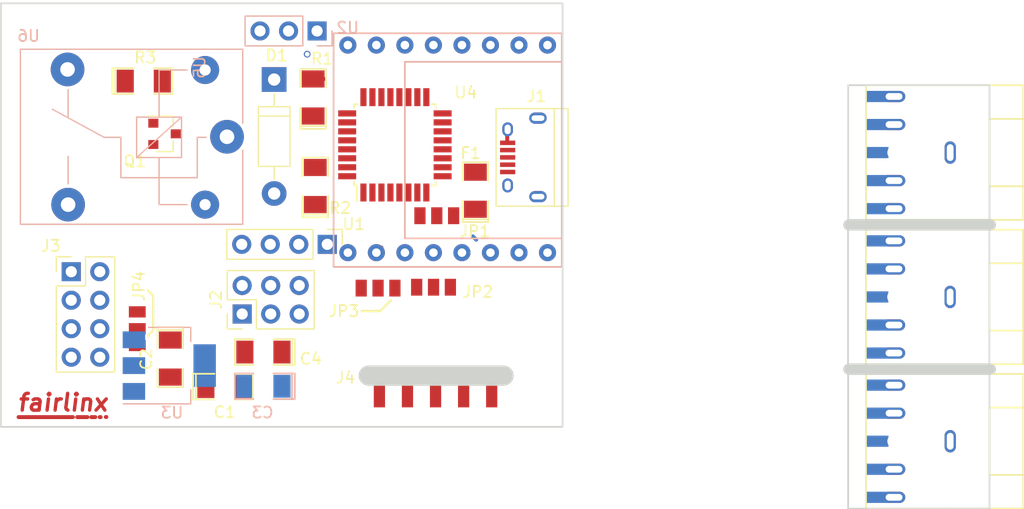
<source format=kicad_pcb>
(kicad_pcb (version 4) (host pcbnew 4.0.6)

  (general
    (links 68)
    (no_connects 67)
    (area 121.204999 98.559999 204.5 141.13)
    (thickness 1.6)
    (drawings 414)
    (tracks 29)
    (zones 0)
    (modules 27)
    (nets 56)
  )

  (page A4)
  (layers
    (0 F.Cu signal)
    (31 B.Cu signal)
    (32 B.Adhes user)
    (33 F.Adhes user)
    (34 B.Paste user)
    (35 F.Paste user)
    (36 B.SilkS user)
    (37 F.SilkS user)
    (38 B.Mask user)
    (39 F.Mask user)
    (40 Dwgs.User user)
    (41 Cmts.User user)
    (42 Eco1.User user)
    (43 Eco2.User user)
    (44 Edge.Cuts user)
    (45 Margin user)
    (46 B.CrtYd user)
    (47 F.CrtYd user)
    (48 B.Fab user)
    (49 F.Fab user)
  )

  (setup
    (last_trace_width 0.35)
    (trace_clearance 0.2)
    (zone_clearance 0.508)
    (zone_45_only no)
    (trace_min 0.25)
    (segment_width 0.2)
    (edge_width 0.15)
    (via_size 0.6)
    (via_drill 0.4)
    (via_min_size 0.4)
    (via_min_drill 0.3)
    (uvia_size 0.3)
    (uvia_drill 0.1)
    (uvias_allowed no)
    (uvia_min_size 0.2)
    (uvia_min_drill 0.1)
    (pcb_text_width 0.3)
    (pcb_text_size 1.5 1.5)
    (mod_edge_width 0.15)
    (mod_text_size 1 1)
    (mod_text_width 0.15)
    (pad_size 1.524 1.524)
    (pad_drill 0.762)
    (pad_to_mask_clearance 0.2)
    (aux_axis_origin 169.24 134.68)
    (grid_origin 121.29 136.6)
    (visible_elements 7FFFFFFF)
    (pcbplotparams
      (layerselection 0x011f0_80000001)
      (usegerberextensions false)
      (excludeedgelayer true)
      (linewidth 0.100000)
      (plotframeref false)
      (viasonmask false)
      (mode 1)
      (useauxorigin false)
      (hpglpennumber 1)
      (hpglpenspeed 20)
      (hpglpendiameter 15)
      (hpglpenoverlay 2)
      (psnegative false)
      (psa4output false)
      (plotreference true)
      (plotvalue true)
      (plotinvisibletext false)
      (padsonsilk true)
      (subtractmaskfromsilk false)
      (outputformat 1)
      (mirror false)
      (drillshape 0)
      (scaleselection 1)
      (outputdirectory Gerber/))
  )

  (net 0 "")
  (net 1 "Net-(C1-Pad1)")
  (net 2 GND)
  (net 3 POWER_IN)
  (net 4 +5V)
  (net 5 "Net-(F1-Pad1)")
  (net 6 "Net-(F1-Pad2)")
  (net 7 "Net-(J1-Pad2)")
  (net 8 "Net-(J1-Pad3)")
  (net 9 "Net-(J1-Pad4)")
  (net 10 RST)
  (net 11 SCK)
  (net 12 MOSI)
  (net 13 "Net-(J2-Pad4)")
  (net 14 MISO)
  (net 15 GPIO3/DBG_TX)
  (net 16 GPIO4/DBG_RX)
  (net 17 GPIO1)
  (net 18 GPIO2)
  (net 19 RL_OUT_1)
  (net 20 RL_OUT_2)
  (net 21 "Net-(D1-Pad2)")
  (net 22 "Net-(R2-Pad1)")
  (net 23 TX_CONTRL)
  (net 24 RL_CONTRL)
  (net 25 PIR_CONTRL)
  (net 26 "Net-(J5-Pad3)")
  (net 27 "Net-(J5-Pad8)")
  (net 28 "Net-(J5-Pad7)")
  (net 29 "Net-(J5-Pad4)")
  (net 30 "Net-(J5-Pad5)")
  (net 31 "Net-(J5-Pad6)")
  (net 32 TRIG_CONTRL)
  (net 33 "Net-(J5-Pad1)")
  (net 34 "Net-(U4-Pad18)")
  (net 35 BUSY_CONTRL)
  (net 36 "Net-(U4-Pad20)")
  (net 37 "Net-(U4-Pad21)")
  (net 38 "Net-(J5-Pad2)")
  (net 39 IO1_CONTRL)
  (net 40 IO2_CONTRL)
  (net 41 RX_CONTRL)
  (net 42 ECHO_CONTRL)
  (net 43 "Net-(JP2-Pad1)")
  (net 44 "Net-(JP3-Pad1)")
  (net 45 "Net-(JP2-Pad3)")
  (net 46 "Net-(JP3-Pad3)")
  (net 47 "Net-(U5-Pad12)")
  (net 48 "Net-(U5-Pad13)")
  (net 49 "Net-(U5-Pad14)")
  (net 50 "Net-(U5-Pad15)")
  (net 51 "Net-(J4-Pad3)")
  (net 52 "Net-(J4-Pad2)")
  (net 53 "Net-(JP4-Pad1)")
  (net 54 "Net-(JP4-Pad3)")
  (net 55 "Net-(Q1-Pad1)")

  (net_class Default "This is the default net class."
    (clearance 0.2)
    (trace_width 0.35)
    (via_dia 0.6)
    (via_drill 0.4)
    (uvia_dia 0.3)
    (uvia_drill 0.1)
    (add_net BUSY_CONTRL)
    (add_net ECHO_CONTRL)
    (add_net GPIO1)
    (add_net GPIO2)
    (add_net GPIO3/DBG_TX)
    (add_net GPIO4/DBG_RX)
    (add_net IO1_CONTRL)
    (add_net IO2_CONTRL)
    (add_net MISO)
    (add_net MOSI)
    (add_net "Net-(C1-Pad1)")
    (add_net "Net-(D1-Pad2)")
    (add_net "Net-(F1-Pad1)")
    (add_net "Net-(F1-Pad2)")
    (add_net "Net-(J1-Pad2)")
    (add_net "Net-(J1-Pad3)")
    (add_net "Net-(J1-Pad4)")
    (add_net "Net-(J2-Pad4)")
    (add_net "Net-(J4-Pad2)")
    (add_net "Net-(J4-Pad3)")
    (add_net "Net-(J5-Pad1)")
    (add_net "Net-(J5-Pad2)")
    (add_net "Net-(J5-Pad3)")
    (add_net "Net-(J5-Pad4)")
    (add_net "Net-(J5-Pad5)")
    (add_net "Net-(J5-Pad6)")
    (add_net "Net-(J5-Pad7)")
    (add_net "Net-(J5-Pad8)")
    (add_net "Net-(JP2-Pad1)")
    (add_net "Net-(JP2-Pad3)")
    (add_net "Net-(JP3-Pad1)")
    (add_net "Net-(JP3-Pad3)")
    (add_net "Net-(JP4-Pad1)")
    (add_net "Net-(JP4-Pad3)")
    (add_net "Net-(Q1-Pad1)")
    (add_net "Net-(R2-Pad1)")
    (add_net "Net-(U4-Pad18)")
    (add_net "Net-(U4-Pad20)")
    (add_net "Net-(U4-Pad21)")
    (add_net "Net-(U5-Pad12)")
    (add_net "Net-(U5-Pad13)")
    (add_net "Net-(U5-Pad14)")
    (add_net "Net-(U5-Pad15)")
    (add_net PIR_CONTRL)
    (add_net POWER_IN)
    (add_net RL_CONTRL)
    (add_net RL_OUT_1)
    (add_net RL_OUT_2)
    (add_net RST)
    (add_net RX_CONTRL)
    (add_net SCK)
    (add_net TRIG_CONTRL)
    (add_net TX_CONTRL)
  )

  (net_class POWER ""
    (clearance 0.2)
    (trace_width 0.35)
    (via_dia 0.6)
    (via_drill 0.4)
    (uvia_dia 0.3)
    (uvia_drill 0.1)
    (add_net +5V)
    (add_net GND)
  )

  (module Housings_QFP:TQFP-32_7x7mm_Pitch0.8mm (layer F.Cu) (tedit 59820D6B) (tstamp 596B7850)
    (at 156.37 111.47 90)
    (descr "32-Lead Plastic Thin Quad Flatpack (PT) - 7x7x1.0 mm Body, 2.00 mm [TQFP] (see Microchip Packaging Specification 00000049BS.pdf)")
    (tags "QFP 0.8")
    (path /59663980)
    (attr smd)
    (fp_text reference U4 (at 4.66 6.32 180) (layer F.SilkS)
      (effects (font (size 1 1) (thickness 0.15)))
    )
    (fp_text value "" (at 0 6.05 90) (layer F.Fab) hide
      (effects (font (size 1 1) (thickness 0.15)))
    )
    (fp_text user %R (at 4.66 6.32 180) (layer F.Fab)
      (effects (font (size 1 1) (thickness 0.15)))
    )
    (fp_line (start -2.5 -3.5) (end 3.5 -3.5) (layer F.Fab) (width 0.15))
    (fp_line (start 3.5 -3.5) (end 3.5 3.5) (layer F.Fab) (width 0.15))
    (fp_line (start 3.5 3.5) (end -3.5 3.5) (layer F.Fab) (width 0.15))
    (fp_line (start -3.5 3.5) (end -3.5 -2.5) (layer F.Fab) (width 0.15))
    (fp_line (start -3.5 -2.5) (end -2.5 -3.5) (layer F.Fab) (width 0.15))
    (fp_line (start -5.3 -5.3) (end -5.3 5.3) (layer F.CrtYd) (width 0.05))
    (fp_line (start 5.3 -5.3) (end 5.3 5.3) (layer F.CrtYd) (width 0.05))
    (fp_line (start -5.3 -5.3) (end 5.3 -5.3) (layer F.CrtYd) (width 0.05))
    (fp_line (start -5.3 5.3) (end 5.3 5.3) (layer F.CrtYd) (width 0.05))
    (fp_line (start -3.625 -3.625) (end -3.625 -3.4) (layer F.SilkS) (width 0.15))
    (fp_line (start 3.625 -3.625) (end 3.625 -3.3) (layer F.SilkS) (width 0.15))
    (fp_line (start 3.625 3.625) (end 3.625 3.3) (layer F.SilkS) (width 0.15))
    (fp_line (start -3.625 3.625) (end -3.625 3.3) (layer F.SilkS) (width 0.15))
    (fp_line (start -3.625 -3.625) (end -3.3 -3.625) (layer F.SilkS) (width 0.15))
    (fp_line (start -3.625 3.625) (end -3.3 3.625) (layer F.SilkS) (width 0.15))
    (fp_line (start 3.625 3.625) (end 3.3 3.625) (layer F.SilkS) (width 0.15))
    (fp_line (start 3.625 -3.625) (end 3.3 -3.625) (layer F.SilkS) (width 0.15))
    (fp_line (start -3.625 -3.4) (end -5.05 -3.4) (layer F.SilkS) (width 0.15))
    (pad 1 smd rect (at -4.25 -2.8 90) (size 1.6 0.55) (layers F.Cu F.Paste F.Mask)
      (net 25 PIR_CONTRL))
    (pad 2 smd rect (at -4.25 -2 90) (size 1.6 0.55) (layers F.Cu F.Paste F.Mask)
      (net 26 "Net-(J5-Pad3)"))
    (pad 3 smd rect (at -4.25 -1.2 90) (size 1.6 0.55) (layers F.Cu F.Paste F.Mask)
      (net 2 GND))
    (pad 4 smd rect (at -4.25 -0.4 90) (size 1.6 0.55) (layers F.Cu F.Paste F.Mask)
      (net 4 +5V))
    (pad 5 smd rect (at -4.25 0.4 90) (size 1.6 0.55) (layers F.Cu F.Paste F.Mask)
      (net 2 GND))
    (pad 6 smd rect (at -4.25 1.2 90) (size 1.6 0.55) (layers F.Cu F.Paste F.Mask)
      (net 4 +5V))
    (pad 7 smd rect (at -4.25 2 90) (size 1.6 0.55) (layers F.Cu F.Paste F.Mask)
      (net 27 "Net-(J5-Pad8)"))
    (pad 8 smd rect (at -4.25 2.8 90) (size 1.6 0.55) (layers F.Cu F.Paste F.Mask)
      (net 28 "Net-(J5-Pad7)"))
    (pad 9 smd rect (at -2.8 4.25 180) (size 1.6 0.55) (layers F.Cu F.Paste F.Mask)
      (net 29 "Net-(J5-Pad4)"))
    (pad 10 smd rect (at -2 4.25 180) (size 1.6 0.55) (layers F.Cu F.Paste F.Mask)
      (net 30 "Net-(J5-Pad5)"))
    (pad 11 smd rect (at -1.2 4.25 180) (size 1.6 0.55) (layers F.Cu F.Paste F.Mask)
      (net 31 "Net-(J5-Pad6)"))
    (pad 12 smd rect (at -0.4 4.25 180) (size 1.6 0.55) (layers F.Cu F.Paste F.Mask)
      (net 24 RL_CONTRL))
    (pad 13 smd rect (at 0.4 4.25 180) (size 1.6 0.55) (layers F.Cu F.Paste F.Mask)
      (net 32 TRIG_CONTRL))
    (pad 14 smd rect (at 1.2 4.25 180) (size 1.6 0.55) (layers F.Cu F.Paste F.Mask)
      (net 33 "Net-(J5-Pad1)"))
    (pad 15 smd rect (at 2 4.25 180) (size 1.6 0.55) (layers F.Cu F.Paste F.Mask)
      (net 12 MOSI))
    (pad 16 smd rect (at 2.8 4.25 180) (size 1.6 0.55) (layers F.Cu F.Paste F.Mask)
      (net 14 MISO))
    (pad 17 smd rect (at 4.25 2.8 90) (size 1.6 0.55) (layers F.Cu F.Paste F.Mask)
      (net 11 SCK))
    (pad 18 smd rect (at 4.25 2 90) (size 1.6 0.55) (layers F.Cu F.Paste F.Mask)
      (net 34 "Net-(U4-Pad18)"))
    (pad 19 smd rect (at 4.25 1.2 90) (size 1.6 0.55) (layers F.Cu F.Paste F.Mask)
      (net 35 BUSY_CONTRL))
    (pad 20 smd rect (at 4.25 0.4 90) (size 1.6 0.55) (layers F.Cu F.Paste F.Mask)
      (net 36 "Net-(U4-Pad20)"))
    (pad 21 smd rect (at 4.25 -0.4 90) (size 1.6 0.55) (layers F.Cu F.Paste F.Mask)
      (net 37 "Net-(U4-Pad21)"))
    (pad 22 smd rect (at 4.25 -1.2 90) (size 1.6 0.55) (layers F.Cu F.Paste F.Mask)
      (net 38 "Net-(J5-Pad2)"))
    (pad 23 smd rect (at 4.25 -2 90) (size 1.6 0.55) (layers F.Cu F.Paste F.Mask)
      (net 17 GPIO1))
    (pad 24 smd rect (at 4.25 -2.8 90) (size 1.6 0.55) (layers F.Cu F.Paste F.Mask)
      (net 18 GPIO2))
    (pad 25 smd rect (at 2.8 -4.25 180) (size 1.6 0.55) (layers F.Cu F.Paste F.Mask)
      (net 39 IO1_CONTRL))
    (pad 26 smd rect (at 2 -4.25 180) (size 1.6 0.55) (layers F.Cu F.Paste F.Mask)
      (net 40 IO2_CONTRL))
    (pad 27 smd rect (at 1.2 -4.25 180) (size 1.6 0.55) (layers F.Cu F.Paste F.Mask)
      (net 15 GPIO3/DBG_TX))
    (pad 28 smd rect (at 0.4 -4.25 180) (size 1.6 0.55) (layers F.Cu F.Paste F.Mask)
      (net 16 GPIO4/DBG_RX))
    (pad 29 smd rect (at -0.4 -4.25 180) (size 1.6 0.55) (layers F.Cu F.Paste F.Mask)
      (net 10 RST))
    (pad 30 smd rect (at -1.2 -4.25 180) (size 1.6 0.55) (layers F.Cu F.Paste F.Mask)
      (net 41 RX_CONTRL))
    (pad 31 smd rect (at -2 -4.25 180) (size 1.6 0.55) (layers F.Cu F.Paste F.Mask)
      (net 23 TX_CONTRL))
    (pad 32 smd rect (at -2.8 -4.25 180) (size 1.6 0.55) (layers F.Cu F.Paste F.Mask)
      (net 42 ECHO_CONTRL))
    (model Housings_QFP.3dshapes/TQFP-32_7x7mm_Pitch0.8mm.wrl
      (at (xyz 0 0 0))
      (scale (xyz 1 1 1))
      (rotate (xyz 0 0 0))
    )
  )

  (module TO_SOT_Packages_SMD:SOT-223-3Lead_TabPin2 (layer B.Cu) (tedit 59820DA0) (tstamp 596B7AA1)
    (at 136.28 131.15)
    (descr "module CMS SOT223 4 pins")
    (tags "CMS SOT")
    (path /59663C98)
    (attr smd)
    (fp_text reference U3 (at 0.24 4.19) (layer B.SilkS)
      (effects (font (size 1 1) (thickness 0.15)) (justify mirror))
    )
    (fp_text value "" (at 0 -4.5) (layer B.Fab) hide
      (effects (font (size 1 1) (thickness 0.15)) (justify mirror))
    )
    (fp_text user %R (at 0.29 4.19) (layer B.Fab)
      (effects (font (size 0.8 0.8) (thickness 0.12)) (justify mirror))
    )
    (fp_line (start 1.91 -3.41) (end 1.91 -2.15) (layer B.SilkS) (width 0.12))
    (fp_line (start 1.91 3.41) (end 1.91 2.15) (layer B.SilkS) (width 0.12))
    (fp_line (start 4.4 3.6) (end -4.4 3.6) (layer B.CrtYd) (width 0.05))
    (fp_line (start 4.4 -3.6) (end 4.4 3.6) (layer B.CrtYd) (width 0.05))
    (fp_line (start -4.4 -3.6) (end 4.4 -3.6) (layer B.CrtYd) (width 0.05))
    (fp_line (start -4.4 3.6) (end -4.4 -3.6) (layer B.CrtYd) (width 0.05))
    (fp_line (start -1.85 2.35) (end -0.85 3.35) (layer B.Fab) (width 0.1))
    (fp_line (start -1.85 2.35) (end -1.85 -3.35) (layer B.Fab) (width 0.1))
    (fp_line (start -1.85 -3.41) (end 1.91 -3.41) (layer B.SilkS) (width 0.12))
    (fp_line (start -0.85 3.35) (end 1.85 3.35) (layer B.Fab) (width 0.1))
    (fp_line (start -4.1 3.41) (end 1.91 3.41) (layer B.SilkS) (width 0.12))
    (fp_line (start -1.85 -3.35) (end 1.85 -3.35) (layer B.Fab) (width 0.1))
    (fp_line (start 1.85 3.35) (end 1.85 -3.35) (layer B.Fab) (width 0.1))
    (pad 2 smd rect (at 3.15 0) (size 2 3.8) (layers B.Cu B.Paste B.Mask)
      (net 1 "Net-(C1-Pad1)"))
    (pad 2 smd rect (at -3.15 0) (size 2 1.5) (layers B.Cu B.Paste B.Mask)
      (net 1 "Net-(C1-Pad1)"))
    (pad 3 smd rect (at -3.15 -2.3) (size 2 1.5) (layers B.Cu B.Paste B.Mask)
      (net 3 POWER_IN))
    (pad 1 smd rect (at -3.15 2.3) (size 2 1.5) (layers B.Cu B.Paste B.Mask)
      (net 2 GND))
    (model ${KISYS3DMOD}/TO_SOT_Packages_SMD.3dshapes/SOT-223.wrl
      (at (xyz 0 0 0))
      (scale (xyz 0.4 0.4 0.4))
      (rotate (xyz 0 0 90))
    )
  )

  (module Connectors:USB_Micro-B (layer F.Cu) (tedit 5981FBBE) (tstamp 596B7B17)
    (at 167.76 112.59 90)
    (descr "Micro USB Type B Receptacle")
    (tags "USB USB_B USB_micro USB_OTG")
    (path /5966BA64)
    (attr smd)
    (fp_text reference J1 (at 5.45 1.21 180) (layer F.SilkS)
      (effects (font (size 1 1) (thickness 0.15)))
    )
    (fp_text value "" (at 0 5.01 90) (layer F.Fab) hide
      (effects (font (size 1 1) (thickness 0.15)))
    )
    (fp_line (start -4.6 -2.59) (end 4.6 -2.59) (layer F.CrtYd) (width 0.05))
    (fp_line (start 4.6 -2.59) (end 4.6 4.26) (layer F.CrtYd) (width 0.05))
    (fp_line (start 4.6 4.26) (end -4.6 4.26) (layer F.CrtYd) (width 0.05))
    (fp_line (start -4.6 4.26) (end -4.6 -2.59) (layer F.CrtYd) (width 0.05))
    (fp_line (start -4.35 4.03) (end 4.35 4.03) (layer F.SilkS) (width 0.12))
    (fp_line (start -4.35 -2.38) (end 4.35 -2.38) (layer F.SilkS) (width 0.12))
    (fp_line (start 4.35 -2.38) (end 4.35 4.03) (layer F.SilkS) (width 0.12))
    (fp_line (start 4.35 2.8) (end -4.35 2.8) (layer F.SilkS) (width 0.12))
    (fp_line (start -4.35 4.03) (end -4.35 -2.38) (layer F.SilkS) (width 0.12))
    (pad 1 smd rect (at -1.3 -1.35 180) (size 1.35 0.4) (layers F.Cu F.Paste F.Mask)
      (net 6 "Net-(F1-Pad2)"))
    (pad 2 smd rect (at -0.65 -1.35 180) (size 1.35 0.4) (layers F.Cu F.Paste F.Mask)
      (net 7 "Net-(J1-Pad2)"))
    (pad 3 smd rect (at 0 -1.35 180) (size 1.35 0.4) (layers F.Cu F.Paste F.Mask)
      (net 8 "Net-(J1-Pad3)"))
    (pad 4 smd rect (at 0.65 -1.35 180) (size 1.35 0.4) (layers F.Cu F.Paste F.Mask)
      (net 9 "Net-(J1-Pad4)"))
    (pad 5 smd rect (at 1.3 -1.35 180) (size 1.35 0.4) (layers F.Cu F.Paste F.Mask)
      (net 2 GND))
    (pad 6 thru_hole oval (at -2.5 -1.35 180) (size 0.95 1.25) (drill oval 0.55 0.85) (layers *.Cu *.Mask)
      (net 2 GND))
    (pad 6 thru_hole oval (at 2.5 -1.35 180) (size 0.95 1.25) (drill oval 0.55 0.85) (layers *.Cu *.Mask)
      (net 2 GND))
    (pad 6 thru_hole oval (at -3.5 1.35 180) (size 1.55 1) (drill oval 1.15 0.5) (layers *.Cu *.Mask)
      (net 2 GND))
    (pad 6 thru_hole oval (at 3.5 1.35 180) (size 1.55 1) (drill oval 1.15 0.5) (layers *.Cu *.Mask)
      (net 2 GND))
  )

  (module SMD_Packages:SMD-1206_Pol (layer F.Cu) (tedit 5981FB9D) (tstamp 596B7BBA)
    (at 163.54 115.56 90)
    (path /5966C346)
    (attr smd)
    (fp_text reference F1 (at 3.35 -0.43 180) (layer F.SilkS)
      (effects (font (size 1 1) (thickness 0.15)))
    )
    (fp_text value "" (at 0 0 90) (layer F.Fab) hide
      (effects (font (size 1 1) (thickness 0.15)))
    )
    (fp_line (start -2.54 -1.143) (end -2.794 -1.143) (layer F.SilkS) (width 0.15))
    (fp_line (start -2.794 -1.143) (end -2.794 1.143) (layer F.SilkS) (width 0.15))
    (fp_line (start -2.794 1.143) (end -2.54 1.143) (layer F.SilkS) (width 0.15))
    (fp_line (start -2.54 -1.143) (end -2.54 1.143) (layer F.SilkS) (width 0.15))
    (fp_line (start -2.54 1.143) (end -0.889 1.143) (layer F.SilkS) (width 0.15))
    (fp_line (start 0.889 -1.143) (end 2.54 -1.143) (layer F.SilkS) (width 0.15))
    (fp_line (start 2.54 -1.143) (end 2.54 1.143) (layer F.SilkS) (width 0.15))
    (fp_line (start 2.54 1.143) (end 0.889 1.143) (layer F.SilkS) (width 0.15))
    (fp_line (start -0.889 -1.143) (end -2.54 -1.143) (layer F.SilkS) (width 0.15))
    (pad 1 smd rect (at -1.651 0 90) (size 1.524 2.032) (layers F.Cu F.Paste F.Mask)
      (net 5 "Net-(F1-Pad1)"))
    (pad 2 smd rect (at 1.651 0 90) (size 1.524 2.032) (layers F.Cu F.Paste F.Mask)
      (net 6 "Net-(F1-Pad2)"))
    (model SMD_Packages.3dshapes/SMD-1206_Pol.wrl
      (at (xyz 0 0 0))
      (scale (xyz 0.17 0.16 0.16))
      (rotate (xyz 0 0 0))
    )
  )

  (module SMD_Packages:SMD-1206_Pol (layer F.Cu) (tedit 59820D8D) (tstamp 596B7C09)
    (at 141.19 133.02)
    (path /5966E0AD)
    (attr smd)
    (fp_text reference C1 (at 0.03 2.28) (layer F.SilkS)
      (effects (font (size 1 1) (thickness 0.15)))
    )
    (fp_text value "" (at 0 0) (layer F.Fab) hide
      (effects (font (size 1 1) (thickness 0.15)))
    )
    (fp_line (start -2.54 -1.143) (end -2.794 -1.143) (layer F.SilkS) (width 0.15))
    (fp_line (start -2.794 -1.143) (end -2.794 1.143) (layer F.SilkS) (width 0.15))
    (fp_line (start -2.794 1.143) (end -2.54 1.143) (layer F.SilkS) (width 0.15))
    (fp_line (start -2.54 -1.143) (end -2.54 1.143) (layer F.SilkS) (width 0.15))
    (fp_line (start -2.54 1.143) (end -0.889 1.143) (layer F.SilkS) (width 0.15))
    (fp_line (start 0.889 -1.143) (end 2.54 -1.143) (layer F.SilkS) (width 0.15))
    (fp_line (start 2.54 -1.143) (end 2.54 1.143) (layer F.SilkS) (width 0.15))
    (fp_line (start 2.54 1.143) (end 0.889 1.143) (layer F.SilkS) (width 0.15))
    (fp_line (start -0.889 -1.143) (end -2.54 -1.143) (layer F.SilkS) (width 0.15))
    (pad 1 smd rect (at -1.651 0) (size 1.524 2.032) (layers F.Cu F.Paste F.Mask)
      (net 1 "Net-(C1-Pad1)"))
    (pad 2 smd rect (at 1.651 0) (size 1.524 2.032) (layers F.Cu F.Paste F.Mask)
      (net 2 GND))
    (model SMD_Packages.3dshapes/SMD-1206_Pol.wrl
      (at (xyz 0 0 0))
      (scale (xyz 0.17 0.16 0.16))
      (rotate (xyz 0 0 0))
    )
  )

  (module SMD_Packages:SMD-1206_Pol (layer F.Cu) (tedit 59820D97) (tstamp 596B7C18)
    (at 136.37 130.52 270)
    (path /5966E012)
    (attr smd)
    (fp_text reference C2 (at 0.06 2.14 270) (layer F.SilkS)
      (effects (font (size 1 1) (thickness 0.15)))
    )
    (fp_text value "" (at 0 0 270) (layer F.Fab) hide
      (effects (font (size 1 1) (thickness 0.15)))
    )
    (fp_line (start -2.54 -1.143) (end -2.794 -1.143) (layer F.SilkS) (width 0.15))
    (fp_line (start -2.794 -1.143) (end -2.794 1.143) (layer F.SilkS) (width 0.15))
    (fp_line (start -2.794 1.143) (end -2.54 1.143) (layer F.SilkS) (width 0.15))
    (fp_line (start -2.54 -1.143) (end -2.54 1.143) (layer F.SilkS) (width 0.15))
    (fp_line (start -2.54 1.143) (end -0.889 1.143) (layer F.SilkS) (width 0.15))
    (fp_line (start 0.889 -1.143) (end 2.54 -1.143) (layer F.SilkS) (width 0.15))
    (fp_line (start 2.54 -1.143) (end 2.54 1.143) (layer F.SilkS) (width 0.15))
    (fp_line (start 2.54 1.143) (end 0.889 1.143) (layer F.SilkS) (width 0.15))
    (fp_line (start -0.889 -1.143) (end -2.54 -1.143) (layer F.SilkS) (width 0.15))
    (pad 1 smd rect (at -1.651 0 270) (size 1.524 2.032) (layers F.Cu F.Paste F.Mask)
      (net 3 POWER_IN))
    (pad 2 smd rect (at 1.651 0 270) (size 1.524 2.032) (layers F.Cu F.Paste F.Mask)
      (net 2 GND))
    (model SMD_Packages.3dshapes/SMD-1206_Pol.wrl
      (at (xyz 0 0 0))
      (scale (xyz 0.17 0.16 0.16))
      (rotate (xyz 0 0 0))
    )
  )

  (module SMD_Packages:SMD-1206_Pol (layer B.Cu) (tedit 5981FB02) (tstamp 596B7C9C)
    (at 144.66 132.99 180)
    (path /596738A6)
    (attr smd)
    (fp_text reference C3 (at 0.08 -2.34 180) (layer B.SilkS)
      (effects (font (size 1 1) (thickness 0.15)) (justify mirror))
    )
    (fp_text value "" (at 0 0 180) (layer B.Fab) hide
      (effects (font (size 1 1) (thickness 0.15)) (justify mirror))
    )
    (fp_line (start -2.54 1.143) (end -2.794 1.143) (layer B.SilkS) (width 0.15))
    (fp_line (start -2.794 1.143) (end -2.794 -1.143) (layer B.SilkS) (width 0.15))
    (fp_line (start -2.794 -1.143) (end -2.54 -1.143) (layer B.SilkS) (width 0.15))
    (fp_line (start -2.54 1.143) (end -2.54 -1.143) (layer B.SilkS) (width 0.15))
    (fp_line (start -2.54 -1.143) (end -0.889 -1.143) (layer B.SilkS) (width 0.15))
    (fp_line (start 0.889 1.143) (end 2.54 1.143) (layer B.SilkS) (width 0.15))
    (fp_line (start 2.54 1.143) (end 2.54 -1.143) (layer B.SilkS) (width 0.15))
    (fp_line (start 2.54 -1.143) (end 0.889 -1.143) (layer B.SilkS) (width 0.15))
    (fp_line (start -0.889 1.143) (end -2.54 1.143) (layer B.SilkS) (width 0.15))
    (pad 1 smd rect (at -1.651 0 180) (size 1.524 2.032) (layers B.Cu B.Paste B.Mask)
      (net 4 +5V))
    (pad 2 smd rect (at 1.651 0 180) (size 1.524 2.032) (layers B.Cu B.Paste B.Mask)
      (net 2 GND))
    (model SMD_Packages.3dshapes/SMD-1206_Pol.wrl
      (at (xyz 0 0 0))
      (scale (xyz 0.17 0.16 0.16))
      (rotate (xyz 0 0 0))
    )
  )

  (module SMD_Packages:SMD-1206_Pol (layer F.Cu) (tedit 5981F9ED) (tstamp 596B7CAB)
    (at 144.66 129.94 180)
    (path /596738EF)
    (attr smd)
    (fp_text reference C4 (at -4.22 -0.6 180) (layer F.SilkS)
      (effects (font (size 1 1) (thickness 0.15)))
    )
    (fp_text value "" (at 0 0 180) (layer F.Fab) hide
      (effects (font (size 1 1) (thickness 0.15)))
    )
    (fp_line (start -2.54 -1.143) (end -2.794 -1.143) (layer F.SilkS) (width 0.15))
    (fp_line (start -2.794 -1.143) (end -2.794 1.143) (layer F.SilkS) (width 0.15))
    (fp_line (start -2.794 1.143) (end -2.54 1.143) (layer F.SilkS) (width 0.15))
    (fp_line (start -2.54 -1.143) (end -2.54 1.143) (layer F.SilkS) (width 0.15))
    (fp_line (start -2.54 1.143) (end -0.889 1.143) (layer F.SilkS) (width 0.15))
    (fp_line (start 0.889 -1.143) (end 2.54 -1.143) (layer F.SilkS) (width 0.15))
    (fp_line (start 2.54 -1.143) (end 2.54 1.143) (layer F.SilkS) (width 0.15))
    (fp_line (start 2.54 1.143) (end 0.889 1.143) (layer F.SilkS) (width 0.15))
    (fp_line (start -0.889 -1.143) (end -2.54 -1.143) (layer F.SilkS) (width 0.15))
    (pad 1 smd rect (at -1.651 0 180) (size 1.524 2.032) (layers F.Cu F.Paste F.Mask)
      (net 4 +5V))
    (pad 2 smd rect (at 1.651 0 180) (size 1.524 2.032) (layers F.Cu F.Paste F.Mask)
      (net 2 GND))
    (model SMD_Packages.3dshapes/SMD-1206_Pol.wrl
      (at (xyz 0 0 0))
      (scale (xyz 0.17 0.16 0.16))
      (rotate (xyz 0 0 0))
    )
  )

  (module Pin_Headers:Pin_Header_Straight_2x03_Pitch2.54mm (layer F.Cu) (tedit 59820D83) (tstamp 596B7EA8)
    (at 142.77 126.55 90)
    (descr "Through hole straight pin header, 2x03, 2.54mm pitch, double rows")
    (tags "Through hole pin header THT 2x03 2.54mm double row")
    (path /59695356)
    (fp_text reference J2 (at 1.27 -2.33 90) (layer F.SilkS)
      (effects (font (size 1 1) (thickness 0.15)))
    )
    (fp_text value "" (at 1.27 7.41 90) (layer F.Fab) hide
      (effects (font (size 1 1) (thickness 0.15)))
    )
    (fp_line (start 0 -1.27) (end 3.81 -1.27) (layer F.Fab) (width 0.1))
    (fp_line (start 3.81 -1.27) (end 3.81 6.35) (layer F.Fab) (width 0.1))
    (fp_line (start 3.81 6.35) (end -1.27 6.35) (layer F.Fab) (width 0.1))
    (fp_line (start -1.27 6.35) (end -1.27 0) (layer F.Fab) (width 0.1))
    (fp_line (start -1.27 0) (end 0 -1.27) (layer F.Fab) (width 0.1))
    (fp_line (start -1.33 6.41) (end 3.87 6.41) (layer F.SilkS) (width 0.12))
    (fp_line (start -1.33 1.27) (end -1.33 6.41) (layer F.SilkS) (width 0.12))
    (fp_line (start 3.87 -1.33) (end 3.87 6.41) (layer F.SilkS) (width 0.12))
    (fp_line (start -1.33 1.27) (end 1.27 1.27) (layer F.SilkS) (width 0.12))
    (fp_line (start 1.27 1.27) (end 1.27 -1.33) (layer F.SilkS) (width 0.12))
    (fp_line (start 1.27 -1.33) (end 3.87 -1.33) (layer F.SilkS) (width 0.12))
    (fp_line (start -1.33 0) (end -1.33 -1.33) (layer F.SilkS) (width 0.12))
    (fp_line (start -1.33 -1.33) (end 0 -1.33) (layer F.SilkS) (width 0.12))
    (fp_line (start -1.8 -1.8) (end -1.8 6.85) (layer F.CrtYd) (width 0.05))
    (fp_line (start -1.8 6.85) (end 4.35 6.85) (layer F.CrtYd) (width 0.05))
    (fp_line (start 4.35 6.85) (end 4.35 -1.8) (layer F.CrtYd) (width 0.05))
    (fp_line (start 4.35 -1.8) (end -1.8 -1.8) (layer F.CrtYd) (width 0.05))
    (fp_text user %R (at 1.27 -2.33 270) (layer F.Fab)
      (effects (font (size 1 1) (thickness 0.15)))
    )
    (pad 1 thru_hole rect (at 0 0 90) (size 1.7 1.7) (drill 1) (layers *.Cu *.Mask)
      (net 10 RST))
    (pad 2 thru_hole oval (at 2.54 0 90) (size 1.7 1.7) (drill 1) (layers *.Cu *.Mask)
      (net 11 SCK))
    (pad 3 thru_hole oval (at 0 2.54 90) (size 1.7 1.7) (drill 1) (layers *.Cu *.Mask)
      (net 12 MOSI))
    (pad 4 thru_hole oval (at 2.54 2.54 90) (size 1.7 1.7) (drill 1) (layers *.Cu *.Mask)
      (net 13 "Net-(J2-Pad4)"))
    (pad 5 thru_hole oval (at 0 5.08 90) (size 1.7 1.7) (drill 1) (layers *.Cu *.Mask)
      (net 14 MISO))
    (pad 6 thru_hole oval (at 2.54 5.08 90) (size 1.7 1.7) (drill 1) (layers *.Cu *.Mask)
      (net 2 GND))
    (model ${KISYS3DMOD}/Pin_Headers.3dshapes/Pin_Header_Straight_2x03_Pitch2.54mm.wrl
      (at (xyz 0.05 -0.1 0))
      (scale (xyz 1 1 1))
      (rotate (xyz 0 0 90))
    )
  )

  (module Pin_Headers:Pin_Header_Straight_2x04_Pitch2.54mm (layer F.Cu) (tedit 59820DAC) (tstamp 596B7EC4)
    (at 127.55 122.78)
    (descr "Through hole straight pin header, 2x04, 2.54mm pitch, double rows")
    (tags "Through hole pin header THT 2x04 2.54mm double row")
    (path /59664DEE)
    (fp_text reference J3 (at -1.81 -2.3) (layer F.SilkS)
      (effects (font (size 1 1) (thickness 0.15)))
    )
    (fp_text value "" (at 1.27 9.95) (layer F.Fab) hide
      (effects (font (size 1 1) (thickness 0.15)))
    )
    (fp_line (start 0 -1.27) (end 3.81 -1.27) (layer F.Fab) (width 0.1))
    (fp_line (start 3.81 -1.27) (end 3.81 8.89) (layer F.Fab) (width 0.1))
    (fp_line (start 3.81 8.89) (end -1.27 8.89) (layer F.Fab) (width 0.1))
    (fp_line (start -1.27 8.89) (end -1.27 0) (layer F.Fab) (width 0.1))
    (fp_line (start -1.27 0) (end 0 -1.27) (layer F.Fab) (width 0.1))
    (fp_line (start -1.33 8.95) (end 3.87 8.95) (layer F.SilkS) (width 0.12))
    (fp_line (start -1.33 1.27) (end -1.33 8.95) (layer F.SilkS) (width 0.12))
    (fp_line (start 3.87 -1.33) (end 3.87 8.95) (layer F.SilkS) (width 0.12))
    (fp_line (start -1.33 1.27) (end 1.27 1.27) (layer F.SilkS) (width 0.12))
    (fp_line (start 1.27 1.27) (end 1.27 -1.33) (layer F.SilkS) (width 0.12))
    (fp_line (start 1.27 -1.33) (end 3.87 -1.33) (layer F.SilkS) (width 0.12))
    (fp_line (start -1.33 0) (end -1.33 -1.33) (layer F.SilkS) (width 0.12))
    (fp_line (start -1.33 -1.33) (end 0 -1.33) (layer F.SilkS) (width 0.12))
    (fp_line (start -1.8 -1.8) (end -1.8 9.4) (layer F.CrtYd) (width 0.05))
    (fp_line (start -1.8 9.4) (end 4.35 9.4) (layer F.CrtYd) (width 0.05))
    (fp_line (start 4.35 9.4) (end 4.35 -1.8) (layer F.CrtYd) (width 0.05))
    (fp_line (start 4.35 -1.8) (end -1.8 -1.8) (layer F.CrtYd) (width 0.05))
    (fp_text user %R (at -1.81 -2.3 180) (layer F.Fab)
      (effects (font (size 1 1) (thickness 0.15)))
    )
    (pad 1 thru_hole rect (at 0 0) (size 1.7 1.7) (drill 1) (layers *.Cu *.Mask)
      (net 15 GPIO3/DBG_TX))
    (pad 2 thru_hole oval (at 2.54 0) (size 1.7 1.7) (drill 1) (layers *.Cu *.Mask)
      (net 16 GPIO4/DBG_RX))
    (pad 3 thru_hole oval (at 0 2.54) (size 1.7 1.7) (drill 1) (layers *.Cu *.Mask)
      (net 17 GPIO1))
    (pad 4 thru_hole oval (at 2.54 2.54) (size 1.7 1.7) (drill 1) (layers *.Cu *.Mask)
      (net 18 GPIO2))
    (pad 5 thru_hole oval (at 0 5.08) (size 1.7 1.7) (drill 1) (layers *.Cu *.Mask)
      (net 19 RL_OUT_1))
    (pad 6 thru_hole oval (at 2.54 5.08) (size 1.7 1.7) (drill 1) (layers *.Cu *.Mask)
      (net 20 RL_OUT_2))
    (pad 7 thru_hole oval (at 0 7.62) (size 1.7 1.7) (drill 1) (layers *.Cu *.Mask)
      (net 2 GND))
    (pad 8 thru_hole oval (at 2.54 7.62) (size 1.7 1.7) (drill 1) (layers *.Cu *.Mask)
      (net 3 POWER_IN))
    (model ${KISYS3DMOD}/Pin_Headers.3dshapes/Pin_Header_Straight_2x04_Pitch2.54mm.wrl
      (at (xyz 0.05 -0.15 0))
      (scale (xyz 1 1 1))
      (rotate (xyz 0 0 90))
    )
  )

  (module SMD_Packages:SMD-1206_Pol (layer F.Cu) (tedit 5981FB83) (tstamp 596B7F91)
    (at 149.28 115.14 90)
    (path /5966789F)
    (attr smd)
    (fp_text reference R2 (at -1.96 2.2 180) (layer F.SilkS)
      (effects (font (size 1 1) (thickness 0.15)))
    )
    (fp_text value "" (at 0 0 90) (layer F.Fab) hide
      (effects (font (size 1 1) (thickness 0.15)))
    )
    (fp_line (start -2.54 -1.143) (end -2.794 -1.143) (layer F.SilkS) (width 0.15))
    (fp_line (start -2.794 -1.143) (end -2.794 1.143) (layer F.SilkS) (width 0.15))
    (fp_line (start -2.794 1.143) (end -2.54 1.143) (layer F.SilkS) (width 0.15))
    (fp_line (start -2.54 -1.143) (end -2.54 1.143) (layer F.SilkS) (width 0.15))
    (fp_line (start -2.54 1.143) (end -0.889 1.143) (layer F.SilkS) (width 0.15))
    (fp_line (start 0.889 -1.143) (end 2.54 -1.143) (layer F.SilkS) (width 0.15))
    (fp_line (start 2.54 -1.143) (end 2.54 1.143) (layer F.SilkS) (width 0.15))
    (fp_line (start 2.54 1.143) (end 0.889 1.143) (layer F.SilkS) (width 0.15))
    (fp_line (start -0.889 -1.143) (end -2.54 -1.143) (layer F.SilkS) (width 0.15))
    (pad 1 smd rect (at -1.651 0 90) (size 1.524 2.032) (layers F.Cu F.Paste F.Mask)
      (net 22 "Net-(R2-Pad1)"))
    (pad 2 smd rect (at 1.651 0 90) (size 1.524 2.032) (layers F.Cu F.Paste F.Mask)
      (net 23 TX_CONTRL))
    (model SMD_Packages.3dshapes/SMD-1206_Pol.wrl
      (at (xyz 0 0 0))
      (scale (xyz 0.17 0.16 0.16))
      (rotate (xyz 0 0 0))
    )
  )

  (module SMD_Packages:SMD-1206_Pol (layer F.Cu) (tedit 5981FB56) (tstamp 596B8023)
    (at 134.01 105.79)
    (path /59666625)
    (attr smd)
    (fp_text reference R3 (at 0.13 -2.1) (layer F.SilkS)
      (effects (font (size 1 1) (thickness 0.15)))
    )
    (fp_text value "" (at 0 0) (layer F.Fab) hide
      (effects (font (size 1 1) (thickness 0.15)))
    )
    (fp_line (start -2.54 -1.143) (end -2.794 -1.143) (layer F.SilkS) (width 0.15))
    (fp_line (start -2.794 -1.143) (end -2.794 1.143) (layer F.SilkS) (width 0.15))
    (fp_line (start -2.794 1.143) (end -2.54 1.143) (layer F.SilkS) (width 0.15))
    (fp_line (start -2.54 -1.143) (end -2.54 1.143) (layer F.SilkS) (width 0.15))
    (fp_line (start -2.54 1.143) (end -0.889 1.143) (layer F.SilkS) (width 0.15))
    (fp_line (start 0.889 -1.143) (end 2.54 -1.143) (layer F.SilkS) (width 0.15))
    (fp_line (start 2.54 -1.143) (end 2.54 1.143) (layer F.SilkS) (width 0.15))
    (fp_line (start 2.54 1.143) (end 0.889 1.143) (layer F.SilkS) (width 0.15))
    (fp_line (start -0.889 -1.143) (end -2.54 -1.143) (layer F.SilkS) (width 0.15))
    (pad 1 smd rect (at -1.651 0) (size 1.524 2.032) (layers F.Cu F.Paste F.Mask)
      (net 55 "Net-(Q1-Pad1)"))
    (pad 2 smd rect (at 1.651 0) (size 1.524 2.032) (layers F.Cu F.Paste F.Mask)
      (net 24 RL_CONTRL))
    (model SMD_Packages.3dshapes/SMD-1206_Pol.wrl
      (at (xyz 0 0 0))
      (scale (xyz 0.17 0.16 0.16))
      (rotate (xyz 0 0 0))
    )
  )

  (module Diodes_THT:D_DO-41_SOD81_P10.16mm_Horizontal (layer F.Cu) (tedit 59820DBD) (tstamp 596B8406)
    (at 145.62 105.65 270)
    (descr "D, DO-41_SOD81 series, Axial, Horizontal, pin pitch=10.16mm, , length*diameter=5.2*2.7mm^2, , http://www.diodes.com/_files/packages/DO-41%20(Plastic).pdf")
    (tags "D DO-41_SOD81 series Axial Horizontal pin pitch 10.16mm  length 5.2mm diameter 2.7mm")
    (path /5969E1F9)
    (fp_text reference D1 (at -2.14 -0.22 360) (layer F.SilkS)
      (effects (font (size 1 1) (thickness 0.15)))
    )
    (fp_text value "" (at 5.08 2.41 270) (layer F.Fab) hide
      (effects (font (size 1 1) (thickness 0.15)))
    )
    (fp_text user %R (at -2.14 -0.22 360) (layer F.Fab)
      (effects (font (size 1 1) (thickness 0.15)))
    )
    (fp_line (start 2.48 -1.35) (end 2.48 1.35) (layer F.Fab) (width 0.1))
    (fp_line (start 2.48 1.35) (end 7.68 1.35) (layer F.Fab) (width 0.1))
    (fp_line (start 7.68 1.35) (end 7.68 -1.35) (layer F.Fab) (width 0.1))
    (fp_line (start 7.68 -1.35) (end 2.48 -1.35) (layer F.Fab) (width 0.1))
    (fp_line (start 0 0) (end 2.48 0) (layer F.Fab) (width 0.1))
    (fp_line (start 10.16 0) (end 7.68 0) (layer F.Fab) (width 0.1))
    (fp_line (start 3.26 -1.35) (end 3.26 1.35) (layer F.Fab) (width 0.1))
    (fp_line (start 2.42 -1.41) (end 2.42 1.41) (layer F.SilkS) (width 0.12))
    (fp_line (start 2.42 1.41) (end 7.74 1.41) (layer F.SilkS) (width 0.12))
    (fp_line (start 7.74 1.41) (end 7.74 -1.41) (layer F.SilkS) (width 0.12))
    (fp_line (start 7.74 -1.41) (end 2.42 -1.41) (layer F.SilkS) (width 0.12))
    (fp_line (start 1.28 0) (end 2.42 0) (layer F.SilkS) (width 0.12))
    (fp_line (start 8.88 0) (end 7.74 0) (layer F.SilkS) (width 0.12))
    (fp_line (start 3.26 -1.41) (end 3.26 1.41) (layer F.SilkS) (width 0.12))
    (fp_line (start -1.35 -1.7) (end -1.35 1.7) (layer F.CrtYd) (width 0.05))
    (fp_line (start -1.35 1.7) (end 11.55 1.7) (layer F.CrtYd) (width 0.05))
    (fp_line (start 11.55 1.7) (end 11.55 -1.7) (layer F.CrtYd) (width 0.05))
    (fp_line (start 11.55 -1.7) (end -1.35 -1.7) (layer F.CrtYd) (width 0.05))
    (pad 1 thru_hole rect (at 0 0 270) (size 2.2 2.2) (drill 1.1) (layers *.Cu *.Mask)
      (net 4 +5V))
    (pad 2 thru_hole oval (at 10.16 0 270) (size 2.2 2.2) (drill 1.1) (layers *.Cu *.Mask)
      (net 21 "Net-(D1-Pad2)"))
    (model ${KISYS3DMOD}/Diodes_THT.3dshapes/D_DO-41_SOD81_P10.16mm_Horizontal.wrl
      (at (xyz 0 0 0))
      (scale (xyz 0.393701 0.393701 0.393701))
      (rotate (xyz 0 0 0))
    )
  )

  (module Relays_THT:Relay_SPDT_SANYOU_SRD_Series_Form_C (layer B.Cu) (tedit 59820D5B) (tstamp 596B8468)
    (at 141.42 110.75 180)
    (descr "relay Sanyou SRD series Form C http://www.sanyourelay.ca/public/products/pdf/SRD.pdf")
    (tags "relay Sanyu SRD form C")
    (path /59665281)
    (fp_text reference U6 (at 17.67 8.99 180) (layer B.SilkS)
      (effects (font (size 1 1) (thickness 0.15)) (justify mirror))
    )
    (fp_text value "" (at 8 9.6 180) (layer B.Fab) hide
      (effects (font (size 1 1) (thickness 0.15)) (justify mirror))
    )
    (fp_line (start -1.4 -1.2) (end -1.4 -7.8) (layer B.SilkS) (width 0.12))
    (fp_line (start -1.4 7.8) (end -1.4 1.2) (layer B.SilkS) (width 0.12))
    (fp_line (start -1.4 7.8) (end 18.4 7.8) (layer B.SilkS) (width 0.12))
    (fp_line (start 18.4 7.8) (end 18.4 -7.8) (layer B.SilkS) (width 0.12))
    (fp_line (start 18.4 -7.8) (end -1.4 -7.8) (layer B.SilkS) (width 0.12))
    (fp_text user 1 (at 0 2.3 180) (layer B.Fab)
      (effects (font (size 1 1) (thickness 0.15)) (justify mirror))
    )
    (fp_line (start -1.3 7.7) (end 18.3 7.7) (layer B.Fab) (width 0.12))
    (fp_line (start 18.3 7.7) (end 18.3 -7.7) (layer B.Fab) (width 0.12))
    (fp_line (start 18.3 -7.7) (end -1.3 -7.7) (layer B.Fab) (width 0.12))
    (fp_line (start -1.3 -7.7) (end -1.3 7.7) (layer B.Fab) (width 0.12))
    (fp_text user %R (at 17.67 8.99 360) (layer B.Fab)
      (effects (font (size 1 1) (thickness 0.15)) (justify mirror))
    )
    (fp_line (start 18.55 7.95) (end -1.55 7.95) (layer B.CrtYd) (width 0.05))
    (fp_line (start -1.55 -7.95) (end -1.55 7.95) (layer B.CrtYd) (width 0.05))
    (fp_line (start 18.55 7.95) (end 18.55 -7.95) (layer B.CrtYd) (width 0.05))
    (fp_line (start -1.55 -7.95) (end 18.55 -7.95) (layer B.CrtYd) (width 0.05))
    (fp_line (start 14.15 -4.2) (end 14.15 -1.75) (layer B.SilkS) (width 0.12))
    (fp_line (start 14.15 4.2) (end 14.15 1.7) (layer B.SilkS) (width 0.12))
    (fp_line (start 3.55 -6.05) (end 6.05 -6.05) (layer B.SilkS) (width 0.12))
    (fp_line (start 2.65 -0.05) (end 1.85 -0.05) (layer B.SilkS) (width 0.12))
    (fp_line (start 6.05 5.95) (end 3.55 5.95) (layer B.SilkS) (width 0.12))
    (fp_line (start 9.45 -0.05) (end 10.95 -0.05) (layer B.SilkS) (width 0.12))
    (fp_line (start 10.95 -0.05) (end 15.55 2.45) (layer B.SilkS) (width 0.12))
    (fp_line (start 9.45 -3.65) (end 2.65 -3.65) (layer B.SilkS) (width 0.12))
    (fp_line (start 9.45 -0.05) (end 9.45 -3.65) (layer B.SilkS) (width 0.12))
    (fp_line (start 2.65 -0.05) (end 2.65 -3.65) (layer B.SilkS) (width 0.12))
    (fp_line (start 6.05 5.95) (end 6.05 1.75) (layer B.SilkS) (width 0.12))
    (fp_line (start 6.05 -1.85) (end 6.05 -6.05) (layer B.SilkS) (width 0.12))
    (fp_line (start 8.05 -1.85) (end 4.05 1.75) (layer B.SilkS) (width 0.12))
    (fp_line (start 4.05 -1.85) (end 4.05 1.75) (layer B.SilkS) (width 0.12))
    (fp_line (start 4.05 1.75) (end 8.05 1.75) (layer B.SilkS) (width 0.12))
    (fp_line (start 8.05 1.75) (end 8.05 -1.85) (layer B.SilkS) (width 0.12))
    (fp_line (start 8.05 -1.85) (end 4.05 -1.85) (layer B.SilkS) (width 0.12))
    (pad 2 thru_hole circle (at 1.95 -6.05 90) (size 2.5 2.5) (drill 1) (layers *.Cu *.Mask)
      (net 21 "Net-(D1-Pad2)"))
    (pad 3 thru_hole circle (at 14.15 -6.05 90) (size 3 3) (drill 1.3) (layers *.Cu *.Mask)
      (net 54 "Net-(JP4-Pad3)"))
    (pad 4 thru_hole circle (at 14.2 6 90) (size 3 3) (drill 1.3) (layers *.Cu *.Mask)
      (net 53 "Net-(JP4-Pad1)"))
    (pad 5 thru_hole circle (at 1.95 5.95 90) (size 2.5 2.5) (drill 1) (layers *.Cu *.Mask)
      (net 4 +5V))
    (pad 1 thru_hole circle (at 0 0 90) (size 3 3) (drill 1.3) (layers *.Cu *.Mask)
      (net 19 RL_OUT_1))
    (model ${KISYS3DMOD}/Relays_THT.3dshapes/Relay_SPDT_SANYOU_SRD_Series_Form_C.wrl
      (at (xyz 0 0 0))
      (scale (xyz 1 1 1))
      (rotate (xyz 0 0 0))
    )
  )

  (module TO_SOT_Packages_SMD:SOT-23 (layer F.Cu) (tedit 59820DCE) (tstamp 596B87A2)
    (at 135.86 110.49)
    (descr "SOT-23, Standard")
    (tags SOT-23)
    (path /596BCAA0)
    (attr smd)
    (fp_text reference Q1 (at -2.66 2.45) (layer F.SilkS)
      (effects (font (size 1 1) (thickness 0.15)))
    )
    (fp_text value "" (at 0 2.5) (layer F.Fab) hide
      (effects (font (size 1 1) (thickness 0.15)))
    )
    (fp_text user %R (at -2.65 2.52) (layer F.Fab)
      (effects (font (size 0.5 0.5) (thickness 0.075)))
    )
    (fp_line (start -0.7 -0.95) (end -0.7 1.5) (layer F.Fab) (width 0.1))
    (fp_line (start -0.15 -1.52) (end 0.7 -1.52) (layer F.Fab) (width 0.1))
    (fp_line (start -0.7 -0.95) (end -0.15 -1.52) (layer F.Fab) (width 0.1))
    (fp_line (start 0.7 -1.52) (end 0.7 1.52) (layer F.Fab) (width 0.1))
    (fp_line (start -0.7 1.52) (end 0.7 1.52) (layer F.Fab) (width 0.1))
    (fp_line (start 0.76 1.58) (end 0.76 0.65) (layer F.SilkS) (width 0.12))
    (fp_line (start 0.76 -1.58) (end 0.76 -0.65) (layer F.SilkS) (width 0.12))
    (fp_line (start -1.7 -1.75) (end 1.7 -1.75) (layer F.CrtYd) (width 0.05))
    (fp_line (start 1.7 -1.75) (end 1.7 1.75) (layer F.CrtYd) (width 0.05))
    (fp_line (start 1.7 1.75) (end -1.7 1.75) (layer F.CrtYd) (width 0.05))
    (fp_line (start -1.7 1.75) (end -1.7 -1.75) (layer F.CrtYd) (width 0.05))
    (fp_line (start 0.76 -1.58) (end -1.4 -1.58) (layer F.SilkS) (width 0.12))
    (fp_line (start 0.76 1.58) (end -0.7 1.58) (layer F.SilkS) (width 0.12))
    (pad 1 smd rect (at -1 -0.95) (size 0.9 0.8) (layers F.Cu F.Paste F.Mask)
      (net 55 "Net-(Q1-Pad1)"))
    (pad 2 smd rect (at -1 0.95) (size 0.9 0.8) (layers F.Cu F.Paste F.Mask)
      (net 2 GND))
    (pad 3 smd rect (at 1 0) (size 0.9 0.8) (layers F.Cu F.Paste F.Mask)
      (net 21 "Net-(D1-Pad2)"))
    (model ${KISYS3DMOD}/TO_SOT_Packages_SMD.3dshapes/SOT-23.wrl
      (at (xyz 0 0 0))
      (scale (xyz 1 1 1))
      (rotate (xyz 0 0 90))
    )
  )

  (module user:Jumper_3Pin_SMD (layer F.Cu) (tedit 5981FA5D) (tstamp 596B8B78)
    (at 133.43 129.36 90)
    (path /59670149)
    (fp_text reference JP4 (at 5.3 0.14 90) (layer F.SilkS)
      (effects (font (size 1 1) (thickness 0.15)))
    )
    (fp_text value "" (at 1.5 3.5 90) (layer F.Fab) hide
      (effects (font (size 1 1) (thickness 0.15)))
    )
    (pad 1 smd rect (at 0 0 90) (size 1 1.5) (layers F.Cu F.Paste F.Mask)
      (net 53 "Net-(JP4-Pad1)"))
    (pad 2 smd rect (at 1.5 0 90) (size 1 1.5) (layers F.Cu F.Paste F.Mask)
      (net 20 RL_OUT_2))
    (pad 3 smd rect (at 3 0 90) (size 1 1.5) (layers F.Cu F.Paste F.Mask)
      (net 54 "Net-(JP4-Pad3)"))
  )

  (module SMD_Packages:SMD-1206_Pol (layer F.Cu) (tedit 5981FB7A) (tstamp 596B8BBD)
    (at 149.09 107.25 90)
    (path /59663A85)
    (attr smd)
    (fp_text reference R1 (at 3.46 0.79 180) (layer F.SilkS)
      (effects (font (size 1 1) (thickness 0.15)))
    )
    (fp_text value "" (at 0 0 90) (layer F.Fab) hide
      (effects (font (size 1 1) (thickness 0.15)))
    )
    (fp_line (start -2.54 -1.143) (end -2.794 -1.143) (layer F.SilkS) (width 0.15))
    (fp_line (start -2.794 -1.143) (end -2.794 1.143) (layer F.SilkS) (width 0.15))
    (fp_line (start -2.794 1.143) (end -2.54 1.143) (layer F.SilkS) (width 0.15))
    (fp_line (start -2.54 -1.143) (end -2.54 1.143) (layer F.SilkS) (width 0.15))
    (fp_line (start -2.54 1.143) (end -0.889 1.143) (layer F.SilkS) (width 0.15))
    (fp_line (start 0.889 -1.143) (end 2.54 -1.143) (layer F.SilkS) (width 0.15))
    (fp_line (start 2.54 -1.143) (end 2.54 1.143) (layer F.SilkS) (width 0.15))
    (fp_line (start 2.54 1.143) (end 0.889 1.143) (layer F.SilkS) (width 0.15))
    (fp_line (start -0.889 -1.143) (end -2.54 -1.143) (layer F.SilkS) (width 0.15))
    (pad 1 smd rect (at -1.651 0 90) (size 1.524 2.032) (layers F.Cu F.Paste F.Mask)
      (net 10 RST))
    (pad 2 smd rect (at 1.651 0 90) (size 1.524 2.032) (layers F.Cu F.Paste F.Mask)
      (net 4 +5V))
    (model SMD_Packages.3dshapes/SMD-1206_Pol.wrl
      (at (xyz 0 0 0))
      (scale (xyz 0.17 0.16 0.16))
      (rotate (xyz 0 0 0))
    )
  )

  (module user:Jumper_3Pin_SMD (layer F.Cu) (tedit 5981FBCB) (tstamp 596B8BFD)
    (at 156.37 124.24 180)
    (path /5966A2E8)
    (fp_text reference JP3 (at 4.54 -2.05 180) (layer F.SilkS)
      (effects (font (size 1 1) (thickness 0.15)))
    )
    (fp_text value "" (at 1.5 3.5 180) (layer F.Fab) hide
      (effects (font (size 1 1) (thickness 0.15)))
    )
    (pad 1 smd rect (at 0 0 180) (size 1 1.5) (layers F.Cu F.Paste F.Mask)
      (net 44 "Net-(JP3-Pad1)"))
    (pad 2 smd rect (at 1.5 0 180) (size 1 1.5) (layers F.Cu F.Paste F.Mask)
      (net 52 "Net-(J4-Pad2)"))
    (pad 3 smd rect (at 3 0 180) (size 1 1.5) (layers F.Cu F.Paste F.Mask)
      (net 46 "Net-(JP3-Pad3)"))
  )

  (module user:Jumper_3Pin_SMD (layer F.Cu) (tedit 5981FA3D) (tstamp 596B8C0A)
    (at 161.31 124.16 180)
    (path /5966A26B)
    (fp_text reference JP2 (at -2.45 -0.42 180) (layer F.SilkS)
      (effects (font (size 1 1) (thickness 0.15)))
    )
    (fp_text value "" (at 1.5 3.5 180) (layer F.Fab) hide
      (effects (font (size 1 1) (thickness 0.15)))
    )
    (pad 1 smd rect (at 0 0 180) (size 1 1.5) (layers F.Cu F.Paste F.Mask)
      (net 43 "Net-(JP2-Pad1)"))
    (pad 2 smd rect (at 1.5 0 180) (size 1 1.5) (layers F.Cu F.Paste F.Mask)
      (net 51 "Net-(J4-Pad3)"))
    (pad 3 smd rect (at 3 0 180) (size 1 1.5) (layers F.Cu F.Paste F.Mask)
      (net 45 "Net-(JP2-Pad3)"))
  )

  (module user:Jumper_3Pin_SMD (layer F.Cu) (tedit 5981FBE3) (tstamp 596B8C3D)
    (at 161.6 117.79 180)
    (path /5966D588)
    (fp_text reference JP1 (at -1.89 -1.39 180) (layer F.SilkS)
      (effects (font (size 1 1) (thickness 0.15)))
    )
    (fp_text value "" (at 1.5 3.5 180) (layer F.Fab) hide
      (effects (font (size 1 1) (thickness 0.15)))
    )
    (pad 1 smd rect (at 0 0 180) (size 1 1.5) (layers F.Cu F.Paste F.Mask)
      (net 5 "Net-(F1-Pad1)"))
    (pad 2 smd rect (at 1.5 0 180) (size 1 1.5) (layers F.Cu F.Paste F.Mask)
      (net 4 +5V))
    (pad 3 smd rect (at 3 0 180) (size 1 1.5) (layers F.Cu F.Paste F.Mask)
      (net 1 "Net-(C1-Pad1)"))
  )

  (module Pin_Headers:Pin_Header_Straight_1x03_Pitch2.54mm (layer B.Cu) (tedit 59820D46) (tstamp 596B8CB3)
    (at 149.44 101.32 90)
    (descr "Through hole straight pin header, 1x03, 2.54mm pitch, single row")
    (tags "Through hole pin header THT 1x03 2.54mm single row")
    (path /5968E374)
    (fp_text reference U2 (at 0.29 2.73 180) (layer B.SilkS)
      (effects (font (size 1 1) (thickness 0.15)) (justify mirror))
    )
    (fp_text value "" (at 0 -7.41 90) (layer B.Fab) hide
      (effects (font (size 1 1) (thickness 0.15)) (justify mirror))
    )
    (fp_line (start -0.635 1.27) (end 1.27 1.27) (layer B.Fab) (width 0.1))
    (fp_line (start 1.27 1.27) (end 1.27 -6.35) (layer B.Fab) (width 0.1))
    (fp_line (start 1.27 -6.35) (end -1.27 -6.35) (layer B.Fab) (width 0.1))
    (fp_line (start -1.27 -6.35) (end -1.27 0.635) (layer B.Fab) (width 0.1))
    (fp_line (start -1.27 0.635) (end -0.635 1.27) (layer B.Fab) (width 0.1))
    (fp_line (start -1.33 -6.41) (end 1.33 -6.41) (layer B.SilkS) (width 0.12))
    (fp_line (start -1.33 -1.27) (end -1.33 -6.41) (layer B.SilkS) (width 0.12))
    (fp_line (start 1.33 -1.27) (end 1.33 -6.41) (layer B.SilkS) (width 0.12))
    (fp_line (start -1.33 -1.27) (end 1.33 -1.27) (layer B.SilkS) (width 0.12))
    (fp_line (start -1.33 0) (end -1.33 1.33) (layer B.SilkS) (width 0.12))
    (fp_line (start -1.33 1.33) (end 0 1.33) (layer B.SilkS) (width 0.12))
    (fp_line (start -1.8 1.8) (end -1.8 -6.85) (layer B.CrtYd) (width 0.05))
    (fp_line (start -1.8 -6.85) (end 1.8 -6.85) (layer B.CrtYd) (width 0.05))
    (fp_line (start 1.8 -6.85) (end 1.8 1.8) (layer B.CrtYd) (width 0.05))
    (fp_line (start 1.8 1.8) (end -1.8 1.8) (layer B.CrtYd) (width 0.05))
    (fp_text user %R (at 0.29 2.73 180) (layer B.Fab)
      (effects (font (size 1 1) (thickness 0.15)) (justify mirror))
    )
    (pad 1 thru_hole rect (at 0 0 90) (size 1.7 1.7) (drill 1) (layers *.Cu *.Mask)
      (net 4 +5V))
    (pad 2 thru_hole oval (at 0 -2.54 90) (size 1.7 1.7) (drill 1) (layers *.Cu *.Mask)
      (net 25 PIR_CONTRL))
    (pad 3 thru_hole oval (at 0 -5.08 90) (size 1.7 1.7) (drill 1) (layers *.Cu *.Mask)
      (net 2 GND))
    (model ${KISYS3DMOD}/Pin_Headers.3dshapes/Pin_Header_Straight_1x03_Pitch2.54mm.wrl
      (at (xyz 0 -0.1 0))
      (scale (xyz 1 1 1))
      (rotate (xyz 0 0 90))
    )
  )

  (module Pin_Headers:Pin_Header_Straight_1x04_Pitch2.54mm (layer F.Cu) (tedit 59820D77) (tstamp 596B8CCA)
    (at 150.35 120.34 270)
    (descr "Through hole straight pin header, 1x04, 2.54mm pitch, single row")
    (tags "Through hole pin header THT 1x04 2.54mm single row")
    (path /5967218F)
    (fp_text reference U1 (at -1.8 -2.37 360) (layer F.SilkS)
      (effects (font (size 1 1) (thickness 0.15)))
    )
    (fp_text value "" (at 0 9.95 270) (layer F.Fab) hide
      (effects (font (size 1 1) (thickness 0.15)))
    )
    (fp_line (start -0.635 -1.27) (end 1.27 -1.27) (layer F.Fab) (width 0.1))
    (fp_line (start 1.27 -1.27) (end 1.27 8.89) (layer F.Fab) (width 0.1))
    (fp_line (start 1.27 8.89) (end -1.27 8.89) (layer F.Fab) (width 0.1))
    (fp_line (start -1.27 8.89) (end -1.27 -0.635) (layer F.Fab) (width 0.1))
    (fp_line (start -1.27 -0.635) (end -0.635 -1.27) (layer F.Fab) (width 0.1))
    (fp_line (start -1.33 8.95) (end 1.33 8.95) (layer F.SilkS) (width 0.12))
    (fp_line (start -1.33 1.27) (end -1.33 8.95) (layer F.SilkS) (width 0.12))
    (fp_line (start 1.33 1.27) (end 1.33 8.95) (layer F.SilkS) (width 0.12))
    (fp_line (start -1.33 1.27) (end 1.33 1.27) (layer F.SilkS) (width 0.12))
    (fp_line (start -1.33 0) (end -1.33 -1.33) (layer F.SilkS) (width 0.12))
    (fp_line (start -1.33 -1.33) (end 0 -1.33) (layer F.SilkS) (width 0.12))
    (fp_line (start -1.8 -1.8) (end -1.8 9.4) (layer F.CrtYd) (width 0.05))
    (fp_line (start -1.8 9.4) (end 1.8 9.4) (layer F.CrtYd) (width 0.05))
    (fp_line (start 1.8 9.4) (end 1.8 -1.8) (layer F.CrtYd) (width 0.05))
    (fp_line (start 1.8 -1.8) (end -1.8 -1.8) (layer F.CrtYd) (width 0.05))
    (fp_text user %R (at -1.8 -2.37 360) (layer F.Fab)
      (effects (font (size 1 1) (thickness 0.15)))
    )
    (pad 1 thru_hole rect (at 0 0 270) (size 1.7 1.7) (drill 1) (layers *.Cu *.Mask)
      (net 4 +5V))
    (pad 2 thru_hole oval (at 0 2.54 270) (size 1.7 1.7) (drill 1) (layers *.Cu *.Mask)
      (net 32 TRIG_CONTRL))
    (pad 3 thru_hole oval (at 0 5.08 270) (size 1.7 1.7) (drill 1) (layers *.Cu *.Mask)
      (net 42 ECHO_CONTRL))
    (pad 4 thru_hole oval (at 0 7.62 270) (size 1.7 1.7) (drill 1) (layers *.Cu *.Mask)
      (net 2 GND))
    (model ${KISYS3DMOD}/Pin_Headers.3dshapes/Pin_Header_Straight_1x04_Pitch2.54mm.wrl
      (at (xyz 0 -0.15 0))
      (scale (xyz 1 1 1))
      (rotate (xyz 0 0 90))
    )
  )

  (module user:3.5mm_Audio_Socket_5_Pin (layer F.Cu) (tedit 59834F0D) (tstamp 597F6F92)
    (at 208.32 142.89 180)
    (fp_text reference "" (at 3.15 7.47 180) (layer F.SilkS) hide
      (effects (font (size 1 1) (thickness 0.15)))
    )
    (fp_text value "" (at -0.48 12.11 180) (layer F.Fab)
      (effects (font (size 1 1) (thickness 0.15)))
    )
    (fp_line (start -1 5) (end -1 8) (layer F.SilkS) (width 0.15))
    (fp_line (start -1 8) (end -4 8) (layer F.SilkS) (width 0.15))
    (fp_line (start -1 5) (end -1 2) (layer F.SilkS) (width 0.15))
    (fp_line (start -1 2) (end -4 2) (layer F.SilkS) (width 0.15))
    (fp_line (start -4 -1) (end 10 -1) (layer F.SilkS) (width 0.15))
    (fp_line (start 10 -1) (end 10 11) (layer F.SilkS) (width 0.15))
    (fp_line (start 10 11) (end -4 11) (layer F.SilkS) (width 0.15))
    (fp_line (start -4 11) (end -4 -1) (layer F.SilkS) (width 0.15))
    (pad 1 smd rect (at 9 5 180) (size 2 1) (layers B.Cu B.Mask))
    (pad 1 smd rect (at 9 10 180) (size 2 1) (layers B.Cu B.Mask))
    (pad 1 smd rect (at 9 7.5 180) (size 2 1) (layers B.Cu B.Mask))
    (pad 1 smd rect (at 9 2.5 180) (size 2 1) (layers B.Cu B.Mask))
    (pad "" np_thru_hole circle (at 0 0 180) (size 1.2 1.2) (drill 1.2) (layers *.Cu *.Mask))
    (pad "" np_thru_hole circle (at 0 10 180) (size 1.2 1.2) (drill 1.2) (layers *.Cu *.Mask))
    (pad "" np_thru_hole circle (at 2.5 0 180) (size 1.2 1.2) (drill 1.2) (layers *.Cu *.Mask))
    (pad "" np_thru_hole circle (at 2.5 10 180) (size 1.2 1.2) (drill 1.2) (layers *.Cu *.Mask))
    (pad "" np_thru_hole circle (at 7.5 5 180) (size 1.2 1.2) (drill 1.2) (layers *.Cu *.Mask))
    (pad 2 thru_hole oval (at 7.5 10 180) (size 2 1) (drill oval 1.5 0.6) (layers *.Cu *.Mask))
    (pad 3 thru_hole oval (at 7.5 7.5 180) (size 2 1) (drill oval 1.5 0.6) (layers *.Cu *.Mask))
    (pad 4 thru_hole oval (at 7.5 2.5 180) (size 2 1) (drill oval 1.5 0.6) (layers *.Cu *.Mask))
    (pad 5 thru_hole oval (at 7.5 0 180) (size 2 1) (drill oval 1.5 0.6) (layers *.Cu *.Mask))
    (pad 6 thru_hole oval (at 2.5 5 270) (size 2 1) (drill oval 1.5 0.6) (layers *.Cu *.Mask))
    (pad 1 smd rect (at 9 0 180) (size 2 1) (layers B.Cu B.Mask))
  )

  (module user:special_con_audio_socket_PCB (layer F.Cu) (tedit 5999C9D4) (tstamp 597F722F)
    (at 154.99 133.87)
    (path /596694C8)
    (fp_text reference J4 (at -3.02 -1.65) (layer F.SilkS)
      (effects (font (size 1 1) (thickness 0.15)))
    )
    (fp_text value "" (at 32.35 5.22) (layer F.Fab) hide
      (effects (font (size 1 1) (thickness 0.15)))
    )
    (fp_line (start -1 -1) (end -1 -2) (layer F.SilkS) (width 0.15))
    (fp_line (start -1 -1) (end 11 -1) (layer F.SilkS) (width 0.15))
    (fp_line (start 11 -1) (end 11 -2) (layer F.SilkS) (width 0.15))
    (pad 1 smd rect (at 5 0 90) (size 2 1) (layers F.Cu F.Paste F.Mask)
      (net 2 GND))
    (pad 2 smd rect (at 0 0 90) (size 2 1) (layers F.Cu F.Paste F.Mask)
      (net 52 "Net-(J4-Pad2)"))
    (pad 3 smd rect (at 10 0 90) (size 2 1) (layers F.Cu F.Paste F.Mask)
      (net 51 "Net-(J4-Pad3)"))
    (pad 4 smd rect (at 2.5 0 90) (size 2 1) (layers F.Cu F.Paste F.Mask))
    (pad 5 smd rect (at 7.5 0 90) (size 2 1) (layers F.Cu F.Paste F.Mask))
  )

  (module user:3.5mm_Audio_Socket_5_Pin (layer F.Cu) (tedit 59834EF3) (tstamp 598346D5)
    (at 208.32 117.16 180)
    (fp_text reference "" (at -2 -2 180) (layer F.SilkS) hide
      (effects (font (size 1 1) (thickness 0.15)))
    )
    (fp_text value "" (at -20.9 3.41 180) (layer F.Fab) hide
      (effects (font (size 1 1) (thickness 0.15)))
    )
    (fp_line (start -1 5) (end -1 8) (layer F.SilkS) (width 0.15))
    (fp_line (start -1 8) (end -4 8) (layer F.SilkS) (width 0.15))
    (fp_line (start -1 5) (end -1 2) (layer F.SilkS) (width 0.15))
    (fp_line (start -1 2) (end -4 2) (layer F.SilkS) (width 0.15))
    (fp_line (start -4 -1) (end 10 -1) (layer F.SilkS) (width 0.15))
    (fp_line (start 10 -1) (end 10 11) (layer F.SilkS) (width 0.15))
    (fp_line (start 10 11) (end -4 11) (layer F.SilkS) (width 0.15))
    (fp_line (start -4 11) (end -4 -1) (layer F.SilkS) (width 0.15))
    (pad 1 smd rect (at 9 5 180) (size 2 1) (layers B.Cu B.Mask))
    (pad 1 smd rect (at 9 10 180) (size 2 1) (layers B.Cu B.Mask))
    (pad 1 smd rect (at 9 7.5 180) (size 2 1) (layers B.Cu B.Mask))
    (pad 1 smd rect (at 9 2.5 180) (size 2 1) (layers B.Cu B.Mask))
    (pad "" np_thru_hole circle (at 0 0 180) (size 1.2 1.2) (drill 1.2) (layers *.Cu *.Mask))
    (pad "" np_thru_hole circle (at 0 10 180) (size 1.2 1.2) (drill 1.2) (layers *.Cu *.Mask))
    (pad "" np_thru_hole circle (at 2.5 0 180) (size 1.2 1.2) (drill 1.2) (layers *.Cu *.Mask))
    (pad "" np_thru_hole circle (at 2.5 10 180) (size 1.2 1.2) (drill 1.2) (layers *.Cu *.Mask))
    (pad "" np_thru_hole circle (at 7.5 5 180) (size 1.2 1.2) (drill 1.2) (layers *.Cu *.Mask))
    (pad 2 thru_hole oval (at 7.5 10 180) (size 2 1) (drill oval 1.5 0.6) (layers *.Cu *.Mask))
    (pad 3 thru_hole oval (at 7.5 7.5 180) (size 2 1) (drill oval 1.5 0.6) (layers *.Cu *.Mask))
    (pad 4 thru_hole oval (at 7.5 2.5 180) (size 2 1) (drill oval 1.5 0.6) (layers *.Cu *.Mask))
    (pad 5 thru_hole oval (at 7.5 0 180) (size 2 1) (drill oval 1.5 0.6) (layers *.Cu *.Mask))
    (pad 6 thru_hole oval (at 2.5 5 270) (size 2 1) (drill oval 1.5 0.6) (layers *.Cu *.Mask))
    (pad 1 smd rect (at 9 0 180) (size 2 1) (layers B.Cu B.Mask))
  )

  (module user:3.5mm_Audio_Socket_5_Pin (layer F.Cu) (tedit 59834F03) (tstamp 598346F0)
    (at 208.31 130.03 180)
    (fp_text reference "" (at -3.402 -1.788 180) (layer F.SilkS) hide
      (effects (font (size 1 1) (thickness 0.15)))
    )
    (fp_text value "" (at -12.69 8.55 180) (layer F.Fab) hide
      (effects (font (size 1 1) (thickness 0.15)))
    )
    (fp_line (start -1 5) (end -1 8) (layer F.SilkS) (width 0.15))
    (fp_line (start -1 8) (end -4 8) (layer F.SilkS) (width 0.15))
    (fp_line (start -1 5) (end -1 2) (layer F.SilkS) (width 0.15))
    (fp_line (start -1 2) (end -4 2) (layer F.SilkS) (width 0.15))
    (fp_line (start -4 -1) (end 10 -1) (layer F.SilkS) (width 0.15))
    (fp_line (start 10 -1) (end 10 11) (layer F.SilkS) (width 0.15))
    (fp_line (start 10 11) (end -4 11) (layer F.SilkS) (width 0.15))
    (fp_line (start -4 11) (end -4 -1) (layer F.SilkS) (width 0.15))
    (pad 1 smd rect (at 9 5 180) (size 2 1) (layers B.Cu B.Mask))
    (pad 1 smd rect (at 9 10 180) (size 2 1) (layers B.Cu B.Mask))
    (pad 1 smd rect (at 9 7.5 180) (size 2 1) (layers B.Cu B.Mask))
    (pad 1 smd rect (at 9 2.5 180) (size 2 1) (layers B.Cu B.Mask))
    (pad "" np_thru_hole circle (at 0 0 180) (size 1.2 1.2) (drill 1.2) (layers *.Cu *.Mask))
    (pad "" np_thru_hole circle (at 0 10 180) (size 1.2 1.2) (drill 1.2) (layers *.Cu *.Mask))
    (pad "" np_thru_hole circle (at 2.5 0 180) (size 1.2 1.2) (drill 1.2) (layers *.Cu *.Mask))
    (pad "" np_thru_hole circle (at 2.5 10 180) (size 1.2 1.2) (drill 1.2) (layers *.Cu *.Mask))
    (pad "" np_thru_hole circle (at 7.5 5 180) (size 1.2 1.2) (drill 1.2) (layers *.Cu *.Mask))
    (pad 2 thru_hole oval (at 7.5 10 180) (size 2 1) (drill oval 1.5 0.6) (layers *.Cu *.Mask))
    (pad 3 thru_hole oval (at 7.5 7.5 180) (size 2 1) (drill oval 1.5 0.6) (layers *.Cu *.Mask))
    (pad 4 thru_hole oval (at 7.5 2.5 180) (size 2 1) (drill oval 1.5 0.6) (layers *.Cu *.Mask))
    (pad 5 thru_hole oval (at 7.5 0 180) (size 2 1) (drill oval 1.5 0.6) (layers *.Cu *.Mask))
    (pad 6 thru_hole oval (at 2.5 5 270) (size 2 1) (drill oval 1.5 0.6) (layers *.Cu *.Mask))
    (pad 1 smd rect (at 9 0 180) (size 2 1) (layers B.Cu B.Mask))
  )

  (module user:DFPlayer (layer B.Cu) (tedit 59B55843) (tstamp 596B7767)
    (at 152.18 121.08 90)
    (path /5966478B)
    (fp_text reference U5 (at 16.51 -13.2 90) (layer B.SilkS)
      (effects (font (size 1 1) (thickness 0.15)) (justify mirror))
    )
    (fp_text value "" (at 16.51 -12.2 90) (layer B.Fab)
      (effects (font (size 1 1) (thickness 0.15)) (justify mirror))
    )
    (fp_line (start 1.27 19.05) (end 1.27 5.08) (layer B.SilkS) (width 0.15))
    (fp_line (start 1.27 5.08) (end 17.01 5.08) (layer B.SilkS) (width 0.15))
    (fp_line (start 17.01 5.08) (end 17.01 19.05) (layer B.SilkS) (width 0.15))
    (fp_line (start -1.27 19.05) (end -1.27 -1.27) (layer B.SilkS) (width 0.15))
    (fp_line (start -1.27 -1.27) (end 19.55 -1.27) (layer B.SilkS) (width 0.15))
    (fp_line (start 19.55 -1.27) (end 19.55 19.05) (layer B.SilkS) (width 0.15))
    (fp_line (start 19.55 19.05) (end -1.27 19.05) (layer B.SilkS) (width 0.15))
    (pad 9 thru_hole circle (at 0 17.78 90) (size 1.524 1.524) (drill 0.762) (layers *.Cu *.Mask)
      (net 39 IO1_CONTRL))
    (pad 10 thru_hole circle (at 0 15.24 90) (size 1.524 1.524) (drill 0.762) (layers *.Cu *.Mask)
      (net 2 GND))
    (pad 11 thru_hole circle (at 0 12.7 90) (size 1.524 1.524) (drill 0.762) (layers *.Cu *.Mask)
      (net 40 IO2_CONTRL))
    (pad 12 thru_hole circle (at 0 10.16 90) (size 1.524 1.524) (drill 0.762) (layers *.Cu *.Mask)
      (net 47 "Net-(U5-Pad12)"))
    (pad 13 thru_hole circle (at 0 7.62 90) (size 1.524 1.524) (drill 0.762) (layers *.Cu *.Mask)
      (net 48 "Net-(U5-Pad13)"))
    (pad 14 thru_hole circle (at 0 5.08 90) (size 1.524 1.524) (drill 0.762) (layers *.Cu *.Mask)
      (net 49 "Net-(U5-Pad14)"))
    (pad 15 thru_hole circle (at 0 2.54 90) (size 1.524 1.524) (drill 0.762) (layers *.Cu *.Mask)
      (net 50 "Net-(U5-Pad15)"))
    (pad 16 thru_hole circle (at 0 0 90) (size 1.524 1.524) (drill 0.762) (layers *.Cu *.Mask)
      (net 35 BUSY_CONTRL))
    (pad 1 thru_hole circle (at 18.5 0 90) (size 1.524 1.524) (drill 0.762) (layers *.Cu *.Mask)
      (net 4 +5V))
    (pad 2 thru_hole circle (at 18.5 2.54 90) (size 1.524 1.524) (drill 0.762) (layers *.Cu *.Mask)
      (net 22 "Net-(R2-Pad1)"))
    (pad 3 thru_hole circle (at 18.5 5.08 90) (size 1.524 1.524) (drill 0.762) (layers *.Cu *.Mask)
      (net 41 RX_CONTRL))
    (pad 4 thru_hole circle (at 18.5 7.62 90) (size 1.524 1.524) (drill 0.762) (layers *.Cu *.Mask)
      (net 43 "Net-(JP2-Pad1)"))
    (pad 5 thru_hole circle (at 18.5 10.16 90) (size 1.524 1.524) (drill 0.762) (layers *.Cu *.Mask)
      (net 44 "Net-(JP3-Pad1)"))
    (pad 6 thru_hole circle (at 18.5 12.7 90) (size 1.524 1.524) (drill 0.762) (layers *.Cu *.Mask)
      (net 45 "Net-(JP2-Pad3)"))
    (pad 7 thru_hole circle (at 18.5 15.24 90) (size 1.524 1.524) (drill 0.762) (layers *.Cu *.Mask)
      (net 2 GND))
    (pad 8 thru_hole circle (at 18.5 17.78 90) (size 1.524 1.524) (drill 0.762) (layers *.Cu *.Mask)
      (net 46 "Net-(JP3-Pad3)"))
  )

  (gr_line (start 166.247865 110.400357) (end 166.271126 110.412349) (layer Dwgs.User) (width 0.1))
  (gr_line (start 166.225849 110.386208) (end 166.247865 110.400357) (layer Dwgs.User) (width 0.1))
  (gr_line (start 166.205278 110.370031) (end 166.225849 110.386208) (layer Dwgs.User) (width 0.1))
  (gr_line (start 166.186338 110.351972) (end 166.205278 110.370031) (layer Dwgs.User) (width 0.1))
  (gr_line (start 166.169201 110.332194) (end 166.186338 110.351972) (layer Dwgs.User) (width 0.1))
  (gr_line (start 166.15402 110.310876) (end 166.169201 110.332194) (layer Dwgs.User) (width 0.1))
  (gr_line (start 166.140935 110.288212) (end 166.15402 110.310876) (layer Dwgs.User) (width 0.1))
  (gr_line (start 166.130064 110.264407) (end 166.140935 110.288212) (layer Dwgs.User) (width 0.1))
  (gr_line (start 166.121505 110.239676) (end 166.130064 110.264407) (layer Dwgs.User) (width 0.1))
  (gr_line (start 166.115335 110.214244) (end 166.121505 110.239676) (layer Dwgs.User) (width 0.1))
  (gr_line (start 166.11161 110.18834) (end 166.115335 110.214244) (layer Dwgs.User) (width 0.1))
  (gr_line (start 166.110365 110.1622) (end 166.11161 110.18834) (layer Dwgs.User) (width 0.1))
  (gr_line (start 166.11161 109.83606) (end 166.110365 109.8622) (layer Dwgs.User) (width 0.1))
  (gr_line (start 166.115335 109.810156) (end 166.11161 109.83606) (layer Dwgs.User) (width 0.1))
  (gr_line (start 166.121505 109.784724) (end 166.115335 109.810156) (layer Dwgs.User) (width 0.1))
  (gr_line (start 166.130064 109.759993) (end 166.121505 109.784724) (layer Dwgs.User) (width 0.1))
  (gr_line (start 166.140935 109.736188) (end 166.130064 109.759993) (layer Dwgs.User) (width 0.1))
  (gr_line (start 166.15402 109.713524) (end 166.140935 109.736188) (layer Dwgs.User) (width 0.1))
  (gr_line (start 166.169201 109.692206) (end 166.15402 109.713524) (layer Dwgs.User) (width 0.1))
  (gr_line (start 166.186338 109.672428) (end 166.169201 109.692206) (layer Dwgs.User) (width 0.1))
  (gr_line (start 166.205278 109.654369) (end 166.186338 109.672428) (layer Dwgs.User) (width 0.1))
  (gr_line (start 166.225849 109.638192) (end 166.205278 109.654369) (layer Dwgs.User) (width 0.1))
  (gr_line (start 166.247865 109.624043) (end 166.225849 109.638192) (layer Dwgs.User) (width 0.1))
  (gr_line (start 166.271126 109.612051) (end 166.247865 109.624043) (layer Dwgs.User) (width 0.1))
  (gr_line (start 166.110365 110.1622) (end 166.110365 109.8622) (layer Dwgs.User) (width 0.1))
  (gr_line (start 166.247865 115.400357) (end 166.271126 115.412349) (layer Dwgs.User) (width 0.1))
  (gr_line (start 166.225849 115.386208) (end 166.247865 115.400357) (layer Dwgs.User) (width 0.1))
  (gr_line (start 166.205278 115.370031) (end 166.225849 115.386208) (layer Dwgs.User) (width 0.1))
  (gr_line (start 166.186338 115.351972) (end 166.205278 115.370031) (layer Dwgs.User) (width 0.1))
  (gr_line (start 166.169201 115.332194) (end 166.186338 115.351972) (layer Dwgs.User) (width 0.1))
  (gr_line (start 166.15402 115.310876) (end 166.169201 115.332194) (layer Dwgs.User) (width 0.1))
  (gr_line (start 166.140935 115.288212) (end 166.15402 115.310876) (layer Dwgs.User) (width 0.1))
  (gr_line (start 166.130064 115.264407) (end 166.140935 115.288212) (layer Dwgs.User) (width 0.1))
  (gr_line (start 166.121505 115.239676) (end 166.130064 115.264407) (layer Dwgs.User) (width 0.1))
  (gr_line (start 166.115335 115.214244) (end 166.121505 115.239676) (layer Dwgs.User) (width 0.1))
  (gr_line (start 166.11161 115.18834) (end 166.115335 115.214244) (layer Dwgs.User) (width 0.1))
  (gr_line (start 166.110365 115.1622) (end 166.11161 115.18834) (layer Dwgs.User) (width 0.1))
  (gr_line (start 166.11161 114.83606) (end 166.110365 114.8622) (layer Dwgs.User) (width 0.1))
  (gr_line (start 166.115335 114.810156) (end 166.11161 114.83606) (layer Dwgs.User) (width 0.1))
  (gr_line (start 166.121505 114.784724) (end 166.115335 114.810156) (layer Dwgs.User) (width 0.1))
  (gr_line (start 166.130064 114.759993) (end 166.121505 114.784724) (layer Dwgs.User) (width 0.1))
  (gr_line (start 166.140935 114.736188) (end 166.130064 114.759993) (layer Dwgs.User) (width 0.1))
  (gr_line (start 166.15402 114.713524) (end 166.140935 114.736188) (layer Dwgs.User) (width 0.1))
  (gr_line (start 166.169201 114.692206) (end 166.15402 114.713524) (layer Dwgs.User) (width 0.1))
  (gr_line (start 166.186338 114.672428) (end 166.169201 114.692206) (layer Dwgs.User) (width 0.1))
  (gr_line (start 166.205278 114.654369) (end 166.186338 114.672428) (layer Dwgs.User) (width 0.1))
  (gr_line (start 166.225849 114.638192) (end 166.205278 114.654369) (layer Dwgs.User) (width 0.1))
  (gr_line (start 166.247865 114.624043) (end 166.225849 114.638192) (layer Dwgs.User) (width 0.1))
  (gr_line (start 166.271126 114.612051) (end 166.247865 114.624043) (layer Dwgs.User) (width 0.1))
  (gr_line (start 166.110365 115.1622) (end 166.110365 114.8622) (layer Dwgs.User) (width 0.1))
  (gr_line (start 167.740007 112.110576) (end 167.539478 112.110576) (layer Dwgs.User) (width 0.1))
  (gr_line (start 171.299387 115.730115) (end 171.386911 115.730115) (layer Dwgs.User) (width 0.1))
  (gr_line (start 166.586968 116.24049) (end 166.586968 115.529587) (layer Dwgs.User) (width 0.1))
  (gr_line (start 171.299387 109.098681) (end 171.299387 108.834128) (layer Dwgs.User) (width 0.1))
  (gr_line (start 170.214977 112.055431) (end 170.318445 112.055431) (layer Dwgs.User) (width 0.1))
  (gr_line (start 166.586968 109.513733) (end 166.586968 108.802829) (layer Dwgs.User) (width 0.1))
  (gr_line (start 166.586968 114.784563) (end 166.586968 115.529587) (layer Dwgs.User) (width 0.1))
  (gr_line (start 166.586968 109.513733) (end 166.586968 110.613812) (layer Dwgs.User) (width 0.1))
  (gr_line (start 170.217347 112.336171) (end 170.322339 112.336171) (layer Dwgs.User) (width 0.1))
  (gr_line (start 170.209475 111.403714) (end 170.309403 111.403714) (layer Dwgs.User) (width 0.1))
  (gr_line (start 166.286175 110.591573) (end 166.286175 111.343555) (layer Dwgs.User) (width 0.1))
  (gr_line (start 166.286175 113.734857) (end 166.286175 112.64699) (layer Dwgs.User) (width 0.1))
  (gr_line (start 166.286175 114.429508) (end 166.286175 113.734857) (layer Dwgs.User) (width 0.1))
  (gr_line (start 166.586968 108.761751) (end 168.60464 108.761751) (layer Dwgs.User) (width 0.1))
  (gr_line (start 169.682772 108.761751) (end 171.299387 108.761751) (layer Dwgs.User) (width 0.1))
  (gr_line (start 167.288818 110.145398) (end 167.288818 110.869896) (layer Dwgs.User) (width 0.1))
  (gr_line (start 171.299387 108.761751) (end 171.481875 108.541793) (layer Dwgs.User) (width 0.1))
  (gr_line (start 170.296745 110.491309) (end 170.393603 110.491309) (layer Dwgs.User) (width 0.1))
  (gr_line (start 169.905714 110.115318) (end 169.905714 109.882286) (layer Dwgs.User) (width 0.1))
  (gr_line (start 166.349185 111.308463) (end 166.586968 111.308463) (layer Dwgs.User) (width 0.1))
  (gr_line (start 170.296745 109.78946) (end 170.393603 109.78946) (layer Dwgs.User) (width 0.1))
  (gr_line (start 166.286175 109.587614) (end 166.286175 110.591573) (layer Dwgs.User) (width 0.1))
  (gr_line (start 171.299387 116.281568) (end 169.587533 116.281568) (layer Dwgs.User) (width 0.1))
  (gr_line (start 168.699879 116.281568) (end 166.586968 116.281568) (layer Dwgs.User) (width 0.1))
  (gr_line (start 169.905714 115.23255) (end 169.905714 115.161034) (layer Dwgs.User) (width 0.1))
  (gr_line (start 171.299387 115.730115) (end 171.299387 115.944638) (layer Dwgs.User) (width 0.1))
  (gr_line (start 170.296745 114.55201) (end 170.393603 114.55201) (layer Dwgs.User) (width 0.1))
  (gr_line (start 170.306771 115.25386) (end 170.393603 115.25386) (layer Dwgs.User) (width 0.1))
  (gr_line (start 171.299387 116.281568) (end 171.481875 116.501526) (layer Dwgs.User) (width 0.1))
  (gr_line (start 166.586968 115.529587) (end 166.286175 115.529587) (layer Dwgs.User) (width 0.1))
  (gr_line (start 171.299387 109.313204) (end 171.414846 109.313204) (layer Dwgs.User) (width 0.1))
  (gr_line (start 166.286175 113.734857) (end 166.586968 113.734857) (layer Dwgs.User) (width 0.1))
  (gr_line (start 166.286175 115.48761) (end 166.286175 114.429508) (layer Dwgs.User) (width 0.1))
  (gr_line (start 166.586968 114.429508) (end 166.586968 114.695872) (layer Dwgs.User) (width 0.1))
  (gr_line (start 167.288818 114.897922) (end 167.288818 114.173424) (layer Dwgs.User) (width 0.1))
  (gr_line (start 167.539478 112.932743) (end 167.740007 112.932743) (layer Dwgs.User) (width 0.1))
  (gr_line (start 171.299387 116.24049) (end 171.299387 115.944638) (layer Dwgs.User) (width 0.1))
  (gr_line (start 166.286175 109.513733) (end 166.286175 109.587614) (layer Dwgs.User) (width 0.1))
  (gr_line (start 166.650747 114.194159) (end 166.586968 113.865104) (layer Dwgs.User) (width 0.1))
  (gr_line (start 166.650747 110.84916) (end 166.586968 111.178216) (layer Dwgs.User) (width 0.1))
  (gr_line (start 166.286175 112.39633) (end 166.286175 111.995273) (layer Dwgs.User) (width 0.1))
  (gr_line (start 167.30887 113.734857) (end 167.288818 114.173424) (layer Dwgs.User) (width 0.1))
  (gr_line (start 167.288818 110.869896) (end 167.30887 111.308463) (layer Dwgs.User) (width 0.1))
  (gr_line (start 166.591131 110.736433) (end 166.612683 110.795726) (layer Dwgs.User) (width 0.1))
  (gr_line (start 171.299387 109.205113) (end 171.299387 109.143251) (layer Dwgs.User) (width 0.1))
  (gr_line (start 166.286175 111.744612) (end 166.286175 111.343555) (layer Dwgs.User) (width 0.1))
  (gr_line (start 171.299387 108.834128) (end 171.299387 108.761751) (layer Dwgs.User) (width 0.1))
  (gr_line (start 166.586968 114.337687) (end 166.599744 114.276712) (layer Dwgs.User) (width 0.1))
  (gr_line (start 171.299387 115.980776) (end 171.299387 115.944638) (layer Dwgs.User) (width 0.1))
  (gr_line (start 169.905714 115.23255) (end 169.594895 115.25386) (layer Dwgs.User) (width 0.1))
  (gr_line (start 170.046084 115.25386) (end 169.905714 115.23255) (layer Dwgs.User) (width 0.1))
  (gr_line (start 169.587533 116.281568) (end 168.699879 116.281568) (layer Dwgs.User) (width 0.1))
  (gr_line (start 170.283341 111.684453) (end 170.313646 111.70952) (layer Dwgs.User) (width 0.1))
  (gr_line (start 167.539478 112.110576) (end 167.439214 112.110576) (layer Dwgs.User) (width 0.1))
  (gr_line (start 166.586968 111.178216) (end 166.586968 111.308463) (layer Dwgs.User) (width 0.1))
  (gr_line (start 170.468856 109.78946) (end 170.43855 109.796292) (layer Dwgs.User) (width 0.1))
  (gr_line (start 170.171414 111.70952) (end 170.211845 111.684453) (layer Dwgs.User) (width 0.1))
  (gr_line (start 169.594895 109.78946) (end 168.82286 109.78946) (layer Dwgs.User) (width 0.1))
  (gr_line (start 170.046084 109.78946) (end 169.594895 109.78946) (layer Dwgs.User) (width 0.1))
  (gr_line (start 170.468856 114.55201) (end 170.43855 114.558843) (layer Dwgs.User) (width 0.1))
  (gr_line (start 166.586968 110.613812) (end 166.586968 110.705633) (layer Dwgs.User) (width 0.1))
  (gr_line (start 167.30887 111.308463) (end 166.586968 111.308463) (layer Dwgs.User) (width 0.1))
  (gr_line (start 167.58961 111.308463) (end 167.30887 111.308463) (layer Dwgs.User) (width 0.1))
  (gr_line (start 166.586968 114.337687) (end 166.586968 114.429508) (layer Dwgs.User) (width 0.1))
  (gr_line (start 169.594895 115.25386) (end 168.82286 115.25386) (layer Dwgs.User) (width 0.1))
  (gr_line (start 167.58961 113.734857) (end 167.30887 113.734857) (layer Dwgs.User) (width 0.1))
  (gr_line (start 170.225981 113.358866) (end 170.288984 113.358866) (layer Dwgs.User) (width 0.1))
  (gr_line (start 170.220479 112.707149) (end 170.286788 112.707149) (layer Dwgs.User) (width 0.1))
  (gr_line (start 170.211845 111.684453) (end 170.283341 111.684453) (layer Dwgs.User) (width 0.1))
  (gr_line (start 167.316479 112.110576) (end 167.34329 112.129657) (layer Dwgs.User) (width 0.1))
  (gr_line (start 167.316479 112.932743) (end 167.34329 112.913663) (layer Dwgs.User) (width 0.1))
  (gr_line (start 170.231483 114.010584) (end 170.291181 114.010584) (layer Dwgs.User) (width 0.1))
  (gr_line (start 170.222849 112.987888) (end 170.287734 112.987888) (layer Dwgs.User) (width 0.1))
  (gr_line (start 170.228351 113.639606) (end 170.289931 113.639606) (layer Dwgs.User) (width 0.1))
  (gr_line (start 166.586968 113.734857) (end 167.30887 113.734857) (layer Dwgs.User) (width 0.1))
  (gr_line (start 166.349185 111.343555) (end 166.286175 111.343555) (layer Dwgs.User) (width 0.1))
  (gr_line (start 166.286175 112.39633) (end 166.286175 112.64699) (layer Dwgs.User) (width 0.1))
  (gr_line (start 166.349185 112.64699) (end 166.286175 112.64699) (layer Dwgs.User) (width 0.1))
  (gr_line (start 166.349185 112.39633) (end 166.286175 112.39633) (layer Dwgs.User) (width 0.1))
  (gr_line (start 166.286175 111.744612) (end 166.286175 111.995273) (layer Dwgs.User) (width 0.1))
  (gr_line (start 166.349185 111.995273) (end 166.286175 111.995273) (layer Dwgs.User) (width 0.1))
  (gr_line (start 166.349185 111.744612) (end 166.286175 111.744612) (layer Dwgs.User) (width 0.1))
  (gr_line (start 170.700407 110.290781) (end 170.700407 109.989988) (layer Dwgs.User) (width 0.1))
  (gr_line (start 169.588062 108.763029) (end 169.682772 108.761751) (layer Dwgs.User) (width 0.1))
  (gr_line (start 167.34329 112.129657) (end 167.374338 112.119118) (layer Dwgs.User) (width 0.1))
  (gr_line (start 170.296745 109.664129) (end 170.292474 109.631691) (layer Dwgs.User) (width 0.1))
  (gr_line (start 170.292474 109.631691) (end 170.279953 109.601464) (layer Dwgs.User) (width 0.1))
  (gr_line (start 170.260036 109.575507) (end 170.234079 109.55559) (layer Dwgs.User) (width 0.1))
  (gr_line (start 170.108749 109.55559) (end 170.082792 109.575507) (layer Dwgs.User) (width 0.1))
  (gr_line (start 171.299387 109.313204) (end 171.299387 115.730115) (layer Dwgs.User) (width 0.1))
  (gr_line (start 166.766951 110.926822) (end 166.733848 110.911824) (layer Dwgs.User) (width 0.1))
  (gr_line (start 166.675329 110.872714) (end 166.650747 110.84916) (layer Dwgs.User) (width 0.1))
  (gr_line (start 166.650747 110.84916) (end 166.629765 110.823375) (layer Dwgs.User) (width 0.1))
  (gr_line (start 170.279953 109.601464) (end 170.260036 109.575507) (layer Dwgs.User) (width 0.1))
  (gr_line (start 167.374338 112.119118) (end 167.406496 112.112721) (layer Dwgs.User) (width 0.1))
  (gr_line (start 167.188553 112.361237) (end 167.190698 112.328519) (layer Dwgs.User) (width 0.1))
  (gr_line (start 167.197094 112.296361) (end 167.207634 112.265313) (layer Dwgs.User) (width 0.1))
  (gr_line (start 166.703161 110.893702) (end 166.675329 110.872714) (layer Dwgs.User) (width 0.1))
  (gr_line (start 166.599744 110.766607) (end 166.591131 110.736433) (layer Dwgs.User) (width 0.1))
  (gr_line (start 166.887761 110.952028) (end 166.838495 110.946641) (layer Dwgs.User) (width 0.1))
  (gr_line (start 167.188553 112.361237) (end 167.188553 112.682083) (layer Dwgs.User) (width 0.1))
  (gr_line (start 166.802 110.938483) (end 166.766951 110.926822) (layer Dwgs.User) (width 0.1))
  (gr_line (start 166.612683 110.795726) (end 166.599744 110.766607) (layer Dwgs.User) (width 0.1))
  (gr_line (start 166.838495 110.946641) (end 166.802 110.938483) (layer Dwgs.User) (width 0.1))
  (gr_line (start 167.286621 112.162375) (end 167.313884 112.144159) (layer Dwgs.User) (width 0.1))
  (gr_line (start 170.669385 109.889724) (end 170.632587 109.848193) (layer Dwgs.User) (width 0.1))
  (gr_line (start 166.591131 110.736433) (end 166.586968 110.705633) (layer Dwgs.User) (width 0.1))
  (gr_line (start 167.26197 112.183993) (end 167.286621 112.162375) (layer Dwgs.User) (width 0.1))
  (gr_line (start 170.468856 109.78946) (end 170.528786 109.796292) (layer Dwgs.User) (width 0.1))
  (gr_line (start 166.703161 110.893702) (end 166.733848 110.911824) (layer Dwgs.User) (width 0.1))
  (gr_line (start 170.138976 109.543069) (end 170.108749 109.55559) (layer Dwgs.User) (width 0.1))
  (gr_line (start 170.279953 110.679305) (end 170.260036 110.705261) (layer Dwgs.User) (width 0.1))
  (gr_line (start 170.260036 110.705261) (end 170.234079 110.725179) (layer Dwgs.User) (width 0.1))
  (gr_line (start 170.234079 110.725179) (end 170.203852 110.737699) (layer Dwgs.User) (width 0.1))
  (gr_line (start 167.288818 110.145398) (end 167.58961 110.145398) (layer Dwgs.User) (width 0.1))
  (gr_line (start 167.58961 110.145398) (end 167.58961 111.308463) (layer Dwgs.User) (width 0.1))
  (gr_line (start 170.692517 109.938087) (end 170.700407 109.989988) (layer Dwgs.User) (width 0.1))
  (gr_line (start 170.692517 110.342681) (end 170.669385 110.391045) (layer Dwgs.User) (width 0.1))
  (gr_line (start 170.700407 110.290781) (end 170.692517 110.342681) (layer Dwgs.User) (width 0.1))
  (gr_line (start 170.296745 110.616639) (end 170.292474 110.649077) (layer Dwgs.User) (width 0.1))
  (gr_line (start 170.296745 109.78946) (end 170.296745 109.664129) (layer Dwgs.User) (width 0.1))
  (gr_line (start 166.286175 110.591573) (end 166.586968 110.613812) (layer Dwgs.User) (width 0.1))
  (gr_line (start 167.539478 112.932743) (end 167.539478 112.110576) (layer Dwgs.User) (width 0.1))
  (gr_line (start 170.046084 110.491309) (end 168.82286 110.491309) (layer Dwgs.User) (width 0.1))
  (gr_line (start 170.292474 110.649077) (end 170.279953 110.679305) (layer Dwgs.User) (width 0.1))
  (gr_line (start 167.222136 112.235907) (end 167.207634 112.265313) (layer Dwgs.User) (width 0.1))
  (gr_line (start 167.240352 112.208645) (end 167.222136 112.235907) (layer Dwgs.User) (width 0.1))
  (gr_line (start 167.26197 112.183993) (end 167.240352 112.208645) (layer Dwgs.User) (width 0.1))
  (gr_line (start 167.406496 112.112721) (end 167.439214 112.110576) (layer Dwgs.User) (width 0.1))
  (gr_line (start 171.299387 109.313204) (end 171.299387 109.23984) (layer Dwgs.User) (width 0.1))
  (gr_line (start 171.299387 109.23984) (end 171.299387 109.172687) (layer Dwgs.User) (width 0.1))
  (gr_line (start 171.299387 109.172687) (end 171.299387 109.098681) (layer Dwgs.User) (width 0.1))
  (gr_line (start 171.299387 108.834128) (end 171.299387 108.802829) (layer Dwgs.User) (width 0.1))
  (gr_line (start 168.60464 108.761751) (end 168.69935 108.763029) (layer Dwgs.User) (width 0.1))
  (gr_line (start 169.588062 108.763029) (end 168.69935 108.763029) (layer Dwgs.User) (width 0.1))
  (gr_line (start 170.393603 109.78946) (end 170.468856 109.78946) (layer Dwgs.User) (width 0.1))
  (gr_line (start 170.584632 110.464443) (end 170.528786 110.484476) (layer Dwgs.User) (width 0.1))
  (gr_line (start 170.528786 110.484476) (end 170.468856 110.491309) (layer Dwgs.User) (width 0.1))
  (gr_line (start 170.393603 110.491309) (end 170.468856 110.491309) (layer Dwgs.User) (width 0.1))
  (gr_line (start 170.692517 109.938087) (end 170.669385 109.889724) (layer Dwgs.User) (width 0.1))
  (gr_line (start 170.203852 110.737699) (end 170.171414 110.74197) (layer Dwgs.User) (width 0.1))
  (gr_line (start 170.171414 110.74197) (end 170.138976 110.737699) (layer Dwgs.User) (width 0.1))
  (gr_line (start 170.138976 110.737699) (end 170.108749 110.725179) (layer Dwgs.User) (width 0.1))
  (gr_line (start 170.480434 109.816325) (end 170.43855 109.796292) (layer Dwgs.User) (width 0.1))
  (gr_line (start 170.543999 109.889724) (end 170.516401 109.848193) (layer Dwgs.User) (width 0.1))
  (gr_line (start 170.561348 109.938087) (end 170.543999 109.889724) (layer Dwgs.User) (width 0.1))
  (gr_line (start 170.567265 109.989988) (end 170.561348 109.938087) (layer Dwgs.User) (width 0.1))
  (gr_line (start 170.567265 110.290781) (end 170.567265 109.989988) (layer Dwgs.User) (width 0.1))
  (gr_line (start 170.561348 110.342681) (end 170.567265 110.290781) (layer Dwgs.User) (width 0.1))
  (gr_line (start 170.543999 110.391045) (end 170.561348 110.342681) (layer Dwgs.User) (width 0.1))
  (gr_line (start 170.516401 110.432576) (end 170.543999 110.391045) (layer Dwgs.User) (width 0.1))
  (gr_line (start 170.480434 110.464443) (end 170.516401 110.432576) (layer Dwgs.User) (width 0.1))
  (gr_line (start 170.43855 110.484476) (end 170.480434 110.464443) (layer Dwgs.User) (width 0.1))
  (gr_line (start 170.393603 110.491309) (end 170.43855 110.484476) (layer Dwgs.User) (width 0.1))
  (gr_line (start 170.296745 110.491309) (end 170.296745 109.78946) (layer Dwgs.User) (width 0.1))
  (gr_line (start 171.299387 109.143251) (end 171.299387 109.098681) (layer Dwgs.User) (width 0.1))
  (gr_line (start 171.299387 109.172687) (end 171.299387 109.143251) (layer Dwgs.User) (width 0.1))
  (gr_line (start 171.299387 109.205113) (end 171.299387 109.172687) (layer Dwgs.User) (width 0.1))
  (gr_line (start 171.299387 109.23984) (end 171.299387 109.205113) (layer Dwgs.User) (width 0.1))
  (gr_line (start 169.60019 114.887778) (end 169.594895 114.928001) (layer Dwgs.User) (width 0.1))
  (gr_line (start 168.841145 108.621234) (end 168.792781 108.641267) (layer Dwgs.User) (width 0.1))
  (gr_line (start 168.893045 108.614401) (end 168.841145 108.621234) (layer Dwgs.User) (width 0.1))
  (gr_line (start 169.394366 108.614401) (end 168.893045 108.614401) (layer Dwgs.User) (width 0.1))
  (gr_line (start 169.446267 108.621234) (end 169.394366 108.614401) (layer Dwgs.User) (width 0.1))
  (gr_line (start 169.594895 110.115318) (end 169.594895 109.78946) (layer Dwgs.User) (width 0.1))
  (gr_line (start 169.60019 110.155541) (end 169.594895 110.115318) (layer Dwgs.User) (width 0.1))
  (gr_line (start 169.615716 110.193023) (end 169.60019 110.155541) (layer Dwgs.User) (width 0.1))
  (gr_line (start 169.640413 110.225209) (end 169.615716 110.193023) (layer Dwgs.User) (width 0.1))
  (gr_line (start 169.6726 110.249907) (end 169.640413 110.225209) (layer Dwgs.User) (width 0.1))
  (gr_line (start 169.710082 110.265432) (end 169.6726 110.249907) (layer Dwgs.User) (width 0.1))
  (gr_line (start 169.750304 110.270728) (end 169.710082 110.265432) (layer Dwgs.User) (width 0.1))
  (gr_line (start 169.790527 110.265432) (end 169.750304 110.270728) (layer Dwgs.User) (width 0.1))
  (gr_line (start 169.828009 110.249907) (end 169.790527 110.265432) (layer Dwgs.User) (width 0.1))
  (gr_line (start 169.860196 110.225209) (end 169.828009 110.249907) (layer Dwgs.User) (width 0.1))
  (gr_line (start 169.884893 110.193023) (end 169.860196 110.225209) (layer Dwgs.User) (width 0.1))
  (gr_line (start 169.900419 110.155541) (end 169.884893 110.193023) (layer Dwgs.User) (width 0.1))
  (gr_line (start 169.905714 110.115318) (end 169.900419 110.155541) (layer Dwgs.User) (width 0.1))
  (gr_line (start 170.117229 111.729572) (end 170.062875 111.729572) (layer Dwgs.User) (width 0.1))
  (gr_line (start 169.588062 108.763029) (end 169.568029 108.714665) (layer Dwgs.User) (width 0.1))
  (gr_line (start 169.568029 108.714665) (end 169.536162 108.673134) (layer Dwgs.User) (width 0.1))
  (gr_line (start 169.536162 108.673134) (end 169.494631 108.641267) (layer Dwgs.User) (width 0.1))
  (gr_line (start 169.494631 108.641267) (end 169.446267 108.621234) (layer Dwgs.User) (width 0.1))
  (gr_line (start 166.286175 109.513733) (end 166.586968 109.513733) (layer Dwgs.User) (width 0.1))
  (gr_line (start 170.171414 109.538799) (end 170.138976 109.543069) (layer Dwgs.User) (width 0.1))
  (gr_line (start 170.108749 110.725179) (end 170.082792 110.705261) (layer Dwgs.User) (width 0.1))
  (gr_line (start 170.082792 110.705261) (end 170.062875 110.679305) (layer Dwgs.User) (width 0.1))
  (gr_line (start 170.062875 110.679305) (end 170.050354 110.649077) (layer Dwgs.User) (width 0.1))
  (gr_line (start 170.050354 110.649077) (end 170.046084 110.616639) (layer Dwgs.User) (width 0.1))
  (gr_line (start 166.887761 110.952028) (end 167.188553 110.952028) (layer Dwgs.User) (width 0.1))
  (gr_line (start 170.43855 109.796292) (end 170.393603 109.78946) (layer Dwgs.User) (width 0.1))
  (gr_line (start 168.792781 108.641267) (end 168.75125 108.673134) (layer Dwgs.User) (width 0.1))
  (gr_line (start 168.75125 108.673134) (end 168.719383 108.714665) (layer Dwgs.User) (width 0.1))
  (gr_line (start 168.719383 108.714665) (end 168.69935 108.763029) (layer Dwgs.User) (width 0.1))
  (gr_line (start 170.234079 109.55559) (end 170.203852 109.543069) (layer Dwgs.User) (width 0.1))
  (gr_line (start 166.286175 109.587614) (end 166.286175 109.55571) (layer Dwgs.User) (width 0.1))
  (gr_line (start 169.828009 114.793413) (end 169.790527 114.777887) (layer Dwgs.User) (width 0.1))
  (gr_line (start 169.790527 114.777887) (end 169.750304 114.772592) (layer Dwgs.User) (width 0.1))
  (gr_line (start 169.750304 114.772592) (end 169.710082 114.777887) (layer Dwgs.User) (width 0.1))
  (gr_line (start 169.710082 114.777887) (end 169.6726 114.793413) (layer Dwgs.User) (width 0.1))
  (gr_line (start 169.6726 114.793413) (end 169.640413 114.81811) (layer Dwgs.User) (width 0.1))
  (gr_line (start 169.640413 114.81811) (end 169.615716 114.850297) (layer Dwgs.User) (width 0.1))
  (gr_line (start 169.615716 114.850297) (end 169.60019 114.887778) (layer Dwgs.User) (width 0.1))
  (gr_line (start 170.528786 115.247027) (end 170.584632 115.226994) (layer Dwgs.User) (width 0.1))
  (gr_line (start 170.296745 114.55201) (end 170.306771 115.25386) (layer Dwgs.User) (width 0.1))
  (gr_line (start 170.393603 114.55201) (end 170.43855 114.558843) (layer Dwgs.User) (width 0.1))
  (gr_line (start 170.43855 114.558843) (end 170.480434 114.578876) (layer Dwgs.User) (width 0.1))
  (gr_line (start 170.480434 114.578876) (end 170.516401 114.610744) (layer Dwgs.User) (width 0.1))
  (gr_line (start 170.516401 114.610744) (end 170.543999 114.652275) (layer Dwgs.User) (width 0.1))
  (gr_line (start 170.543999 114.652275) (end 170.561348 114.700638) (layer Dwgs.User) (width 0.1))
  (gr_line (start 170.561348 114.700638) (end 170.567265 114.752539) (layer Dwgs.User) (width 0.1))
  (gr_line (start 170.561348 115.105232) (end 170.543999 115.153596) (layer Dwgs.User) (width 0.1))
  (gr_line (start 169.905714 115.393038) (end 169.905714 115.456581) (layer Dwgs.User) (width 0.1))
  (gr_line (start 170.480434 115.226994) (end 170.43855 115.247027) (layer Dwgs.User) (width 0.1))
  (gr_line (start 170.516401 115.195127) (end 170.480434 115.226994) (layer Dwgs.User) (width 0.1))
  (gr_line (start 168.699879 116.281568) (end 168.719383 116.328655) (layer Dwgs.User) (width 0.1))
  (gr_line (start 168.719383 116.328655) (end 168.75125 116.370185) (layer Dwgs.User) (width 0.1))
  (gr_line (start 168.75125 116.370185) (end 168.792781 116.402053) (layer Dwgs.User) (width 0.1))
  (gr_line (start 168.792781 116.402053) (end 168.841145 116.422086) (layer Dwgs.User) (width 0.1))
  (gr_line (start 168.841145 116.422086) (end 168.893045 116.428919) (layer Dwgs.User) (width 0.1))
  (gr_line (start 169.568029 116.328655) (end 169.587533 116.281568) (layer Dwgs.User) (width 0.1))
  (gr_line (start 169.536162 116.370185) (end 169.568029 116.328655) (layer Dwgs.User) (width 0.1))
  (gr_line (start 169.494631 116.402053) (end 169.536162 116.370185) (layer Dwgs.User) (width 0.1))
  (gr_line (start 169.446267 116.422086) (end 169.494631 116.402053) (layer Dwgs.User) (width 0.1))
  (gr_line (start 169.394366 116.428919) (end 169.446267 116.422086) (layer Dwgs.User) (width 0.1))
  (gr_line (start 169.594895 115.332962) (end 169.594895 115.429258) (layer Dwgs.User) (width 0.1))
  (gr_line (start 169.594895 114.928001) (end 169.594895 115.25386) (layer Dwgs.User) (width 0.1))
  (gr_line (start 169.394366 116.428919) (end 168.893045 116.428919) (layer Dwgs.User) (width 0.1))
  (gr_line (start 170.393603 114.55201) (end 170.468856 114.55201) (layer Dwgs.User) (width 0.1))
  (gr_line (start 170.567265 114.752539) (end 170.567265 115.053332) (layer Dwgs.User) (width 0.1))
  (gr_line (start 169.905714 114.928001) (end 169.900419 114.887778) (layer Dwgs.User) (width 0.1))
  (gr_line (start 169.900419 114.887778) (end 169.884893 114.850297) (layer Dwgs.User) (width 0.1))
  (gr_line (start 169.884893 114.850297) (end 169.860196 114.81811) (layer Dwgs.User) (width 0.1))
  (gr_line (start 169.860196 114.81811) (end 169.828009 114.793413) (layer Dwgs.User) (width 0.1))
  (gr_line (start 170.296745 114.42668) (end 170.292474 114.394242) (layer Dwgs.User) (width 0.1))
  (gr_line (start 170.234079 114.318141) (end 170.203852 114.30562) (layer Dwgs.User) (width 0.1))
  (gr_line (start 170.203852 114.30562) (end 170.171414 114.30135) (layer Dwgs.User) (width 0.1))
  (gr_line (start 170.171414 114.30135) (end 170.138976 114.30562) (layer Dwgs.User) (width 0.1))
  (gr_line (start 170.138976 114.30562) (end 170.108749 114.318141) (layer Dwgs.User) (width 0.1))
  (gr_line (start 170.108749 114.318141) (end 170.082792 114.338058) (layer Dwgs.User) (width 0.1))
  (gr_line (start 170.082792 114.338058) (end 170.062875 114.364015) (layer Dwgs.User) (width 0.1))
  (gr_line (start 170.062875 114.364015) (end 170.050354 114.394242) (layer Dwgs.User) (width 0.1))
  (gr_line (start 170.050354 114.394242) (end 170.046084 114.42668) (layer Dwgs.User) (width 0.1))
  (gr_line (start 167.288818 114.897922) (end 167.58961 114.897922) (layer Dwgs.User) (width 0.1))
  (gr_line (start 167.58961 114.897922) (end 167.58961 113.734857) (layer Dwgs.User) (width 0.1))
  (gr_line (start 169.905714 114.928001) (end 169.905714 115.124967) (layer Dwgs.User) (width 0.1))
  (gr_line (start 170.543999 115.153596) (end 170.516401 115.195127) (layer Dwgs.User) (width 0.1))
  (gr_line (start 170.567265 115.053332) (end 170.561348 115.105232) (layer Dwgs.User) (width 0.1))
  (gr_line (start 167.313884 112.144159) (end 167.34329 112.129657) (layer Dwgs.User) (width 0.1))
  (gr_line (start 166.286175 114.429508) (end 166.586968 114.429508) (layer Dwgs.User) (width 0.1))
  (gr_line (start 166.586968 113.865104) (end 166.586968 113.734857) (layer Dwgs.User) (width 0.1))
  (gr_line (start 170.292474 114.394242) (end 170.279953 114.364015) (layer Dwgs.User) (width 0.1))
  (gr_line (start 170.279953 114.364015) (end 170.260036 114.338058) (layer Dwgs.User) (width 0.1))
  (gr_line (start 170.260036 114.338058) (end 170.234079 114.318141) (layer Dwgs.User) (width 0.1))
  (gr_line (start 166.703161 114.149618) (end 166.675329 114.170605) (layer Dwgs.User) (width 0.1))
  (gr_line (start 166.733848 114.131496) (end 166.703161 114.149618) (layer Dwgs.User) (width 0.1))
  (gr_line (start 166.766951 114.116498) (end 166.733848 114.131496) (layer Dwgs.User) (width 0.1))
  (gr_line (start 166.802 114.104836) (end 166.766951 114.116498) (layer Dwgs.User) (width 0.1))
  (gr_line (start 166.838495 114.096679) (end 166.802 114.104836) (layer Dwgs.User) (width 0.1))
  (gr_line (start 166.887761 114.091291) (end 166.838495 114.096679) (layer Dwgs.User) (width 0.1))
  (gr_line (start 166.591131 114.306887) (end 166.586968 114.337687) (layer Dwgs.User) (width 0.1))
  (gr_line (start 166.599744 114.276712) (end 166.591131 114.306887) (layer Dwgs.User) (width 0.1))
  (gr_line (start 166.612683 114.247593) (end 166.599744 114.276712) (layer Dwgs.User) (width 0.1))
  (gr_line (start 166.629765 114.219944) (end 166.612683 114.247593) (layer Dwgs.User) (width 0.1))
  (gr_line (start 166.650747 114.194159) (end 166.629765 114.219944) (layer Dwgs.User) (width 0.1))
  (gr_line (start 166.675329 114.170605) (end 166.650747 114.194159) (layer Dwgs.User) (width 0.1))
  (gr_line (start 170.43855 115.247027) (end 170.393603 115.25386) (layer Dwgs.User) (width 0.1))
  (gr_line (start 170.468856 115.25386) (end 170.528786 115.247027) (layer Dwgs.User) (width 0.1))
  (gr_line (start 170.393603 115.25386) (end 170.468856 115.25386) (layer Dwgs.User) (width 0.1))
  (gr_line (start 166.887761 114.091291) (end 167.188553 114.091291) (layer Dwgs.User) (width 0.1))
  (gr_line (start 167.539478 112.932743) (end 167.439214 112.932743) (layer Dwgs.User) (width 0.1))
  (gr_line (start 167.406496 112.930599) (end 167.439214 112.932743) (layer Dwgs.User) (width 0.1))
  (gr_line (start 167.374338 112.924202) (end 167.406496 112.930599) (layer Dwgs.User) (width 0.1))
  (gr_line (start 167.34329 112.913663) (end 167.374338 112.924202) (layer Dwgs.User) (width 0.1))
  (gr_line (start 167.313884 112.899161) (end 167.34329 112.913663) (layer Dwgs.User) (width 0.1))
  (gr_line (start 167.286621 112.880945) (end 167.313884 112.899161) (layer Dwgs.User) (width 0.1))
  (gr_line (start 167.26197 112.859326) (end 167.286621 112.880945) (layer Dwgs.User) (width 0.1))
  (gr_line (start 167.240352 112.834675) (end 167.26197 112.859326) (layer Dwgs.User) (width 0.1))
  (gr_line (start 167.222136 112.807413) (end 167.240352 112.834675) (layer Dwgs.User) (width 0.1))
  (gr_line (start 167.207634 112.778006) (end 167.222136 112.807413) (layer Dwgs.User) (width 0.1))
  (gr_line (start 167.197094 112.746958) (end 167.207634 112.778006) (layer Dwgs.User) (width 0.1))
  (gr_line (start 167.190698 112.7148) (end 167.197094 112.746958) (layer Dwgs.User) (width 0.1))
  (gr_line (start 167.188553 112.682083) (end 167.190698 112.7148) (layer Dwgs.User) (width 0.1))
  (gr_line (start 170.296745 114.55201) (end 170.296745 114.42668) (layer Dwgs.User) (width 0.1))
  (gr_line (start 170.046084 114.55201) (end 168.82286 114.55201) (layer Dwgs.User) (width 0.1))
  (gr_line (start 170.046084 114.42668) (end 170.046084 114.55201) (layer Dwgs.User) (width 0.1))
  (gr_line (start 170.046084 115.37919) (end 170.046084 115.25386) (layer Dwgs.User) (width 0.1))
  (gr_line (start 170.082792 115.467812) (end 170.062875 115.441856) (layer Dwgs.User) (width 0.1))
  (gr_line (start 170.050354 115.411628) (end 170.046084 115.37919) (layer Dwgs.User) (width 0.1))
  (gr_line (start 168.82286 115.25386) (end 168.82286 114.55201) (layer Dwgs.User) (width 0.1))
  (gr_line (start 170.062875 115.441856) (end 170.050354 115.411628) (layer Dwgs.User) (width 0.1))
  (gr_line (start 170.108749 115.48773) (end 170.082792 115.467812) (layer Dwgs.User) (width 0.1))
  (gr_line (start 170.138976 115.50025) (end 170.108749 115.48773) (layer Dwgs.User) (width 0.1))
  (gr_line (start 170.171414 115.504521) (end 170.138976 115.50025) (layer Dwgs.User) (width 0.1))
  (gr_line (start 170.203852 115.50025) (end 170.171414 115.504521) (layer Dwgs.User) (width 0.1))
  (gr_line (start 170.234079 115.48773) (end 170.203852 115.50025) (layer Dwgs.User) (width 0.1))
  (gr_line (start 170.260036 115.467812) (end 170.234079 115.48773) (layer Dwgs.User) (width 0.1))
  (gr_line (start 170.279953 115.441856) (end 170.260036 115.467812) (layer Dwgs.User) (width 0.1))
  (gr_line (start 170.292474 115.411628) (end 170.279953 115.441856) (layer Dwgs.User) (width 0.1))
  (gr_line (start 170.296745 115.37919) (end 170.292474 115.411628) (layer Dwgs.User) (width 0.1))
  (gr_line (start 170.306771 115.25386) (end 170.296745 115.37919) (layer Dwgs.User) (width 0.1))
  (gr_line (start 166.629765 110.823375) (end 166.612683 110.795726) (layer Dwgs.User) (width 0.1))
  (gr_line (start 167.190698 112.328519) (end 167.197094 112.296361) (layer Dwgs.User) (width 0.1))
  (gr_line (start 170.046084 109.664129) (end 170.046084 109.78946) (layer Dwgs.User) (width 0.1))
  (gr_line (start 168.82286 109.78946) (end 168.82286 110.491309) (layer Dwgs.User) (width 0.1))
  (gr_line (start 170.062875 109.601464) (end 170.050354 109.631691) (layer Dwgs.User) (width 0.1))
  (gr_line (start 170.046084 110.616639) (end 170.046084 110.491309) (layer Dwgs.User) (width 0.1))
  (gr_line (start 170.050354 109.631691) (end 170.046084 109.664129) (layer Dwgs.User) (width 0.1))
  (gr_line (start 170.296745 110.491309) (end 170.296745 110.616639) (layer Dwgs.User) (width 0.1))
  (gr_line (start 170.203852 109.543069) (end 170.171414 109.538799) (layer Dwgs.User) (width 0.1))
  (gr_line (start 170.082792 109.575507) (end 170.062875 109.601464) (layer Dwgs.User) (width 0.1))
  (gr_line (start 170.516401 109.848193) (end 170.480434 109.816325) (layer Dwgs.User) (width 0.1))
  (gr_line (start 170.528786 109.796292) (end 170.584632 109.816325) (layer Dwgs.User) (width 0.1))
  (gr_line (start 170.584632 110.464443) (end 170.632587 110.432576) (layer Dwgs.User) (width 0.1))
  (gr_line (start 170.632587 110.432576) (end 170.669385 110.391045) (layer Dwgs.User) (width 0.1))
  (gr_line (start 170.584632 109.816325) (end 170.632587 109.848193) (layer Dwgs.User) (width 0.1))
  (gr_line (start 170.632587 115.195127) (end 170.669385 115.153596) (layer Dwgs.User) (width 0.1))
  (gr_line (start 170.692517 115.105232) (end 170.700407 115.053332) (layer Dwgs.User) (width 0.1))
  (gr_line (start 170.468856 114.55201) (end 170.528786 114.558843) (layer Dwgs.User) (width 0.1))
  (gr_line (start 170.669385 115.153596) (end 170.692517 115.105232) (layer Dwgs.User) (width 0.1))
  (gr_line (start 170.584632 115.226994) (end 170.632587 115.195127) (layer Dwgs.User) (width 0.1))
  (gr_line (start 170.692517 114.700638) (end 170.669385 114.652275) (layer Dwgs.User) (width 0.1))
  (gr_line (start 170.700407 114.752539) (end 170.692517 114.700638) (layer Dwgs.User) (width 0.1))
  (gr_line (start 170.584632 114.578876) (end 170.632587 114.610744) (layer Dwgs.User) (width 0.1))
  (gr_line (start 170.700407 115.053332) (end 170.700407 114.752539) (layer Dwgs.User) (width 0.1))
  (gr_line (start 170.669385 114.652275) (end 170.632587 114.610744) (layer Dwgs.User) (width 0.1))
  (gr_line (start 170.528786 114.558843) (end 170.584632 114.578876) (layer Dwgs.User) (width 0.1))
  (gr_line (start 154.04 132.04) (end 166.05 132.04) (angle 90) (layer Edge.Cuts) (width 1.8))
  (gr_text "1mm drill cut" (at 195.92 111.15) (layer Dwgs.User)
    (effects (font (size 1.5 1.5) (thickness 0.3)))
  )
  (gr_text "1mm drill cut" (at 196.2 124.02) (layer Dwgs.User)
    (effects (font (size 1.5 1.5) (thickness 0.3)))
  )
  (gr_line (start 209.4 131.47) (end 196.79 131.47) (angle 90) (layer Edge.Cuts) (width 1) (tstamp 5999C827))
  (gr_line (start 209.4 118.6) (end 196.79 118.6) (angle 90) (layer Edge.Cuts) (width 1))
  (gr_line (start 196.72 119.02) (end 196.72 131.03) (angle 90) (layer Edge.Cuts) (width 0.15))
  (gr_line (start 196.73 131.89) (end 196.73 143.9) (angle 90) (layer Edge.Cuts) (width 0.15))
  (gr_line (start 209.32 106.16) (end 209.32 118.16) (angle 90) (layer Edge.Cuts) (width 0.15))
  (gr_line (start 196.74 106.154) (end 209.318 106.154) (angle 90) (layer Edge.Cuts) (width 0.15))
  (gr_line (start 196.74 118.162) (end 209.318 118.162) (angle 90) (layer Edge.Cuts) (width 0.15))
  (gr_line (start 209.31 119.02) (end 209.31 131.03) (layer Edge.Cuts) (width 0.15))
  (gr_line (start 196.72 119.022) (end 209.308 119.022) (layer Edge.Cuts) (width 0.15))
  (gr_line (start 196.72 131.032) (end 209.308 131.032) (layer Edge.Cuts) (width 0.15))
  (gr_text "Scoring line 0.5mm wide" (at 180.24 139.78) (layer Dwgs.User)
    (effects (font (size 1.5 1.5) (thickness 0.3)))
  )
  (gr_line (start 171.57 98.66) (end 171.57 138.25) (angle 90) (layer Dwgs.User) (width 0.2))
  (gr_line (start 134.43 128.42) (end 134.43 128.56) (angle 90) (layer F.SilkS) (width 0.2))
  (gr_line (start 134.85 128) (end 134.43 128.42) (angle 90) (layer F.SilkS) (width 0.2))
  (gr_line (start 134.85 124.91) (end 134.85 128) (angle 90) (layer F.SilkS) (width 0.2))
  (gr_line (start 134.4 124.46) (end 134.85 124.91) (angle 90) (layer F.SilkS) (width 0.2))
  (gr_line (start 156 125.34) (end 156 125.35) (angle 90) (layer F.SilkS) (width 0.2))
  (gr_line (start 156.01 125.33) (end 156 125.34) (angle 90) (layer F.SilkS) (width 0.2))
  (gr_line (start 155.05 126.29) (end 156.01 125.33) (angle 90) (layer F.SilkS) (width 0.2))
  (gr_line (start 154.88 126.29) (end 155.05 126.29) (angle 90) (layer F.SilkS) (width 0.2))
  (gr_line (start 153.42 126.29) (end 154.88 126.29) (angle 90) (layer F.SilkS) (width 0.2))
  (gr_line (start 196.74 106.152) (end 196.74 118.162) (angle 90) (layer Edge.Cuts) (width 0.15))
  (gr_line (start 171.3 98.87) (end 171.3 136.61) (angle 90) (layer Edge.Cuts) (width 0.15))
  (gr_line (start 166 132.83) (end 153.99 132.83) (angle 90) (layer Edge.Cuts) (width 0.15))
  (gr_line (start 153.99 131.23) (end 166 131.23) (angle 90) (layer Edge.Cuts) (width 0.15))
  (gr_line (start 166 131.23) (end 166 132.83) (angle 90) (layer Edge.Cuts) (width 0.15))
  (gr_line (start 153.99 131.23) (end 153.99 132.83) (angle 90) (layer Edge.Cuts) (width 0.15))
  (gr_line (start 209.318 131.89) (end 196.728 131.89) (angle 90) (layer Edge.Cuts) (width 0.15))
  (gr_line (start 209.318 143.71) (end 209.318 131.89) (angle 90) (layer Edge.Cuts) (width 0.15))
  (gr_line (start 209.318 143.9) (end 209.318 143.71) (angle 90) (layer Edge.Cuts) (width 0.15))
  (gr_line (start 196.728 143.9) (end 209.318 143.9) (angle 90) (layer Edge.Cuts) (width 0.15))
  (gr_text fairlinx (at 126.8 134.44) (layer F.Cu)
    (effects (font (size 1.5 1.5) (thickness 0.3) italic))
  )
  (gr_line (start 121.28 136.61) (end 121.28 98.86) (angle 90) (layer Edge.Cuts) (width 0.15))
  (gr_line (start 171.3 136.61) (end 121.3 136.61) (angle 90) (layer Edge.Cuts) (width 0.15))
  (gr_line (start 121.29 98.86) (end 171.29 98.86) (angle 90) (layer Edge.Cuts) (width 0.15))

  (segment (start 130.63 135.73) (end 130.68 135.73) (width 0.35) (layer F.Cu) (net 0))
  (segment (start 130.08 135.74) (end 130.17 135.74) (width 0.35) (layer F.Cu) (net 0))
  (segment (start 129.34 135.74) (end 129.69 135.74) (width 0.35) (layer F.Cu) (net 0))
  (segment (start 128.08 135.74) (end 128.99 135.74) (width 0.35) (layer F.Cu) (net 0))
  (segment (start 122.86 135.74) (end 127.7 135.74) (width 0.35) (layer F.Cu) (net 0))
  (segment (start 163.32 119.63) (end 163.32 119.64) (width 0.35) (layer B.Cu) (net 0))
  (segment (start 163.32 119.64) (end 163.61 119.93) (width 0.35) (layer B.Cu) (net 0) (tstamp 5981F6F5))
  (via (at 148.56 103.39) (size 0.6) (drill 0.4) (layers F.Cu B.Cu) (net 0))
  (segment (start 158.43 117.79) (end 158.6 117.79) (width 0.35) (layer F.Cu) (net 1) (tstamp 5980C3E7))
  (segment (start 139.539 133.02) (end 139.71 133.02) (width 0.35) (layer F.Cu) (net 1))
  (segment (start 143.009 132.852) (end 142.841 133.02) (width 0.35) (layer F.Cu) (net 2) (tstamp 5980B848))
  (segment (start 166.37 110.07) (end 166.37 111.27) (width 0.35) (layer F.Cu) (net 2))
  (segment (start 130.09 130.4) (end 130.18 130.4) (width 0.35) (layer B.Cu) (net 3))
  (segment (start 150.071 105.599) (end 149.09 105.599) (width 0.35) (layer F.Cu) (net 4) (tstamp 5980CAA1))
  (segment (start 150.99 119.7) (end 150.35 120.34) (width 0.35) (layer B.Cu) (net 4) (tstamp 5980CA4C))
  (segment (start 144.77 104.8) (end 145.62 105.65) (width 0.35) (layer F.Cu) (net 4) (tstamp 5980BB2E))
  (segment (start 145.671 105.599) (end 145.62 105.65) (width 0.35) (layer F.Cu) (net 4) (tstamp 5980BB2B))
  (segment (start 149.44 105.249) (end 149.09 105.599) (width 0.35) (layer F.Cu) (net 4) (tstamp 5980BB26))
  (segment (start 152.12 103.14) (end 152.18 103.08) (width 0.35) (layer F.Cu) (net 4) (tstamp 5980BC5F))
  (segment (start 162.961 117.79) (end 163.54 117.211) (width 0.35) (layer F.Cu) (net 5) (tstamp 5980BBE0))
  (segment (start 163.579 113.87) (end 163.54 113.909) (width 0.35) (layer F.Cu) (net 6) (tstamp 5980BA9C))
  (segment (start 141.42 110.75) (end 140.8 110.75) (width 0.35) (layer B.Cu) (net 19))
  (segment (start 148.57 116.791) (end 148.601 116.791) (width 0.35) (layer F.Cu) (net 22))
  (segment (start 152.101 113.489) (end 152.12 113.47) (width 0.35) (layer F.Cu) (net 23) (tstamp 5980BC92))
  (segment (start 135.93 105.79) (end 135.661 105.79) (width 0.35) (layer F.Cu) (net 24) (tstamp 5980BC37))
  (segment (start 161.31 123.94) (end 161.31 124.16) (width 0.35) (layer F.Cu) (net 43) (tstamp 5980B954))
  (segment (start 157.26 121.08) (end 157.26 121.69) (width 0.35) (layer F.Cu) (net 49))
  (segment (start 154.82 121.18) (end 154.72 121.08) (width 0.35) (layer B.Cu) (net 50) (tstamp 5980C542))
  (segment (start 155.17 120.63) (end 154.72 121.08) (width 0.35) (layer F.Cu) (net 50) (tstamp 5980C431))

)

</source>
